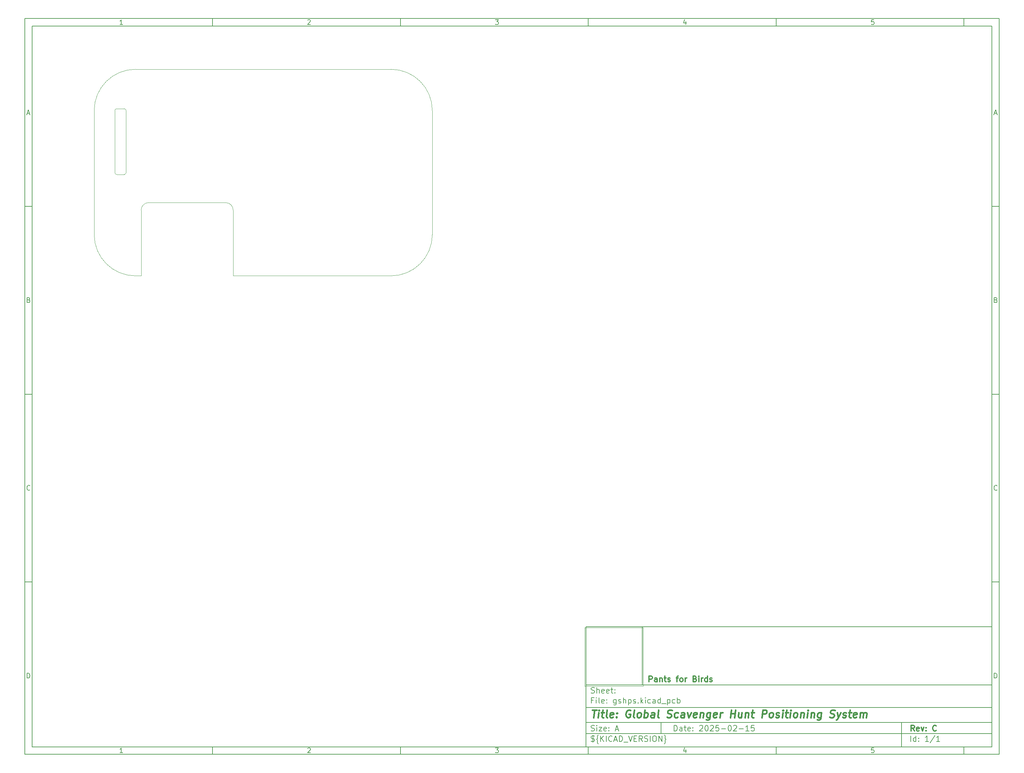
<source format=gbr>
%TF.GenerationSoftware,KiCad,Pcbnew,8.0.6+1*%
%TF.CreationDate,2025-02-16T06:00:46+00:00*%
%TF.ProjectId,gshps,67736870-732e-46b6-9963-61645f706362,C*%
%TF.SameCoordinates,Original*%
%TF.FileFunction,Profile,NP*%
%FSLAX45Y45*%
G04 Gerber Fmt 4.5, Leading zero omitted, Abs format (unit mm)*
G04 Created by KiCad (PCBNEW 8.0.6+1) date 2025-02-16 06:00:46*
%MOMM*%
%LPD*%
G01*
G04 APERTURE LIST*
%ADD10C,0.100000*%
%ADD11C,0.150000*%
%ADD12C,0.300000*%
%ADD13C,0.400000*%
%TA.AperFunction,Profile*%
%ADD14C,0.100000*%
%TD*%
G04 APERTURE END LIST*
D10*
X15905782Y-17215462D02*
X15905782Y-18774098D01*
X17464418Y-18774098D01*
X17464418Y-17215462D01*
X15905782Y-17215462D01*
D11*
X15940000Y-17190000D02*
X26740000Y-17190000D01*
X26740000Y-20390000D01*
X15940000Y-20390000D01*
X15940000Y-17190000D01*
D10*
D11*
X1000000Y-1000000D02*
X26940000Y-1000000D01*
X26940000Y-20590000D01*
X1000000Y-20590000D01*
X1000000Y-1000000D01*
D10*
D11*
X1200000Y-1200000D02*
X26740000Y-1200000D01*
X26740000Y-20390000D01*
X1200000Y-20390000D01*
X1200000Y-1200000D01*
D10*
D11*
X6000000Y-1200000D02*
X6000000Y-1000000D01*
D10*
D11*
X11000000Y-1200000D02*
X11000000Y-1000000D01*
D10*
D11*
X16000000Y-1200000D02*
X16000000Y-1000000D01*
D10*
D11*
X21000000Y-1200000D02*
X21000000Y-1000000D01*
D10*
D11*
X26000000Y-1200000D02*
X26000000Y-1000000D01*
D10*
D11*
X3608916Y-1159360D02*
X3534630Y-1159360D01*
X3571773Y-1159360D02*
X3571773Y-1029360D01*
X3571773Y-1029360D02*
X3559392Y-1047932D01*
X3559392Y-1047932D02*
X3547011Y-1060313D01*
X3547011Y-1060313D02*
X3534630Y-1066503D01*
D10*
D11*
X8534630Y-1041741D02*
X8540821Y-1035551D01*
X8540821Y-1035551D02*
X8553202Y-1029360D01*
X8553202Y-1029360D02*
X8584154Y-1029360D01*
X8584154Y-1029360D02*
X8596535Y-1035551D01*
X8596535Y-1035551D02*
X8602726Y-1041741D01*
X8602726Y-1041741D02*
X8608916Y-1054122D01*
X8608916Y-1054122D02*
X8608916Y-1066503D01*
X8608916Y-1066503D02*
X8602726Y-1085075D01*
X8602726Y-1085075D02*
X8528440Y-1159360D01*
X8528440Y-1159360D02*
X8608916Y-1159360D01*
D10*
D11*
X13528440Y-1029360D02*
X13608916Y-1029360D01*
X13608916Y-1029360D02*
X13565583Y-1078884D01*
X13565583Y-1078884D02*
X13584154Y-1078884D01*
X13584154Y-1078884D02*
X13596535Y-1085075D01*
X13596535Y-1085075D02*
X13602725Y-1091265D01*
X13602725Y-1091265D02*
X13608916Y-1103646D01*
X13608916Y-1103646D02*
X13608916Y-1134599D01*
X13608916Y-1134599D02*
X13602725Y-1146980D01*
X13602725Y-1146980D02*
X13596535Y-1153170D01*
X13596535Y-1153170D02*
X13584154Y-1159360D01*
X13584154Y-1159360D02*
X13547011Y-1159360D01*
X13547011Y-1159360D02*
X13534630Y-1153170D01*
X13534630Y-1153170D02*
X13528440Y-1146980D01*
D10*
D11*
X18596535Y-1072694D02*
X18596535Y-1159360D01*
X18565583Y-1023170D02*
X18534630Y-1116027D01*
X18534630Y-1116027D02*
X18615106Y-1116027D01*
D10*
D11*
X23602725Y-1029360D02*
X23540821Y-1029360D01*
X23540821Y-1029360D02*
X23534630Y-1091265D01*
X23534630Y-1091265D02*
X23540821Y-1085075D01*
X23540821Y-1085075D02*
X23553202Y-1078884D01*
X23553202Y-1078884D02*
X23584154Y-1078884D01*
X23584154Y-1078884D02*
X23596535Y-1085075D01*
X23596535Y-1085075D02*
X23602725Y-1091265D01*
X23602725Y-1091265D02*
X23608916Y-1103646D01*
X23608916Y-1103646D02*
X23608916Y-1134599D01*
X23608916Y-1134599D02*
X23602725Y-1146980D01*
X23602725Y-1146980D02*
X23596535Y-1153170D01*
X23596535Y-1153170D02*
X23584154Y-1159360D01*
X23584154Y-1159360D02*
X23553202Y-1159360D01*
X23553202Y-1159360D02*
X23540821Y-1153170D01*
X23540821Y-1153170D02*
X23534630Y-1146980D01*
D10*
D11*
X6000000Y-20390000D02*
X6000000Y-20590000D01*
D10*
D11*
X11000000Y-20390000D02*
X11000000Y-20590000D01*
D10*
D11*
X16000000Y-20390000D02*
X16000000Y-20590000D01*
D10*
D11*
X21000000Y-20390000D02*
X21000000Y-20590000D01*
D10*
D11*
X26000000Y-20390000D02*
X26000000Y-20590000D01*
D10*
D11*
X3608916Y-20549360D02*
X3534630Y-20549360D01*
X3571773Y-20549360D02*
X3571773Y-20419360D01*
X3571773Y-20419360D02*
X3559392Y-20437932D01*
X3559392Y-20437932D02*
X3547011Y-20450313D01*
X3547011Y-20450313D02*
X3534630Y-20456503D01*
D10*
D11*
X8534630Y-20431741D02*
X8540821Y-20425551D01*
X8540821Y-20425551D02*
X8553202Y-20419360D01*
X8553202Y-20419360D02*
X8584154Y-20419360D01*
X8584154Y-20419360D02*
X8596535Y-20425551D01*
X8596535Y-20425551D02*
X8602726Y-20431741D01*
X8602726Y-20431741D02*
X8608916Y-20444122D01*
X8608916Y-20444122D02*
X8608916Y-20456503D01*
X8608916Y-20456503D02*
X8602726Y-20475075D01*
X8602726Y-20475075D02*
X8528440Y-20549360D01*
X8528440Y-20549360D02*
X8608916Y-20549360D01*
D10*
D11*
X13528440Y-20419360D02*
X13608916Y-20419360D01*
X13608916Y-20419360D02*
X13565583Y-20468884D01*
X13565583Y-20468884D02*
X13584154Y-20468884D01*
X13584154Y-20468884D02*
X13596535Y-20475075D01*
X13596535Y-20475075D02*
X13602725Y-20481265D01*
X13602725Y-20481265D02*
X13608916Y-20493646D01*
X13608916Y-20493646D02*
X13608916Y-20524599D01*
X13608916Y-20524599D02*
X13602725Y-20536980D01*
X13602725Y-20536980D02*
X13596535Y-20543170D01*
X13596535Y-20543170D02*
X13584154Y-20549360D01*
X13584154Y-20549360D02*
X13547011Y-20549360D01*
X13547011Y-20549360D02*
X13534630Y-20543170D01*
X13534630Y-20543170D02*
X13528440Y-20536980D01*
D10*
D11*
X18596535Y-20462694D02*
X18596535Y-20549360D01*
X18565583Y-20413170D02*
X18534630Y-20506027D01*
X18534630Y-20506027D02*
X18615106Y-20506027D01*
D10*
D11*
X23602725Y-20419360D02*
X23540821Y-20419360D01*
X23540821Y-20419360D02*
X23534630Y-20481265D01*
X23534630Y-20481265D02*
X23540821Y-20475075D01*
X23540821Y-20475075D02*
X23553202Y-20468884D01*
X23553202Y-20468884D02*
X23584154Y-20468884D01*
X23584154Y-20468884D02*
X23596535Y-20475075D01*
X23596535Y-20475075D02*
X23602725Y-20481265D01*
X23602725Y-20481265D02*
X23608916Y-20493646D01*
X23608916Y-20493646D02*
X23608916Y-20524599D01*
X23608916Y-20524599D02*
X23602725Y-20536980D01*
X23602725Y-20536980D02*
X23596535Y-20543170D01*
X23596535Y-20543170D02*
X23584154Y-20549360D01*
X23584154Y-20549360D02*
X23553202Y-20549360D01*
X23553202Y-20549360D02*
X23540821Y-20543170D01*
X23540821Y-20543170D02*
X23534630Y-20536980D01*
D10*
D11*
X1000000Y-6000000D02*
X1200000Y-6000000D01*
D10*
D11*
X1000000Y-11000000D02*
X1200000Y-11000000D01*
D10*
D11*
X1000000Y-16000000D02*
X1200000Y-16000000D01*
D10*
D11*
X1069048Y-3522218D02*
X1130952Y-3522218D01*
X1056667Y-3559360D02*
X1100000Y-3429360D01*
X1100000Y-3429360D02*
X1143333Y-3559360D01*
D10*
D11*
X1109286Y-8491265D02*
X1127857Y-8497456D01*
X1127857Y-8497456D02*
X1134048Y-8503646D01*
X1134048Y-8503646D02*
X1140238Y-8516027D01*
X1140238Y-8516027D02*
X1140238Y-8534599D01*
X1140238Y-8534599D02*
X1134048Y-8546980D01*
X1134048Y-8546980D02*
X1127857Y-8553170D01*
X1127857Y-8553170D02*
X1115476Y-8559360D01*
X1115476Y-8559360D02*
X1065952Y-8559360D01*
X1065952Y-8559360D02*
X1065952Y-8429360D01*
X1065952Y-8429360D02*
X1109286Y-8429360D01*
X1109286Y-8429360D02*
X1121667Y-8435551D01*
X1121667Y-8435551D02*
X1127857Y-8441741D01*
X1127857Y-8441741D02*
X1134048Y-8454122D01*
X1134048Y-8454122D02*
X1134048Y-8466503D01*
X1134048Y-8466503D02*
X1127857Y-8478884D01*
X1127857Y-8478884D02*
X1121667Y-8485075D01*
X1121667Y-8485075D02*
X1109286Y-8491265D01*
X1109286Y-8491265D02*
X1065952Y-8491265D01*
D10*
D11*
X1140238Y-13546979D02*
X1134048Y-13553170D01*
X1134048Y-13553170D02*
X1115476Y-13559360D01*
X1115476Y-13559360D02*
X1103095Y-13559360D01*
X1103095Y-13559360D02*
X1084524Y-13553170D01*
X1084524Y-13553170D02*
X1072143Y-13540789D01*
X1072143Y-13540789D02*
X1065952Y-13528408D01*
X1065952Y-13528408D02*
X1059762Y-13503646D01*
X1059762Y-13503646D02*
X1059762Y-13485075D01*
X1059762Y-13485075D02*
X1065952Y-13460313D01*
X1065952Y-13460313D02*
X1072143Y-13447932D01*
X1072143Y-13447932D02*
X1084524Y-13435551D01*
X1084524Y-13435551D02*
X1103095Y-13429360D01*
X1103095Y-13429360D02*
X1115476Y-13429360D01*
X1115476Y-13429360D02*
X1134048Y-13435551D01*
X1134048Y-13435551D02*
X1140238Y-13441741D01*
D10*
D11*
X1065952Y-18559360D02*
X1065952Y-18429360D01*
X1065952Y-18429360D02*
X1096905Y-18429360D01*
X1096905Y-18429360D02*
X1115476Y-18435551D01*
X1115476Y-18435551D02*
X1127857Y-18447932D01*
X1127857Y-18447932D02*
X1134048Y-18460313D01*
X1134048Y-18460313D02*
X1140238Y-18485075D01*
X1140238Y-18485075D02*
X1140238Y-18503646D01*
X1140238Y-18503646D02*
X1134048Y-18528408D01*
X1134048Y-18528408D02*
X1127857Y-18540789D01*
X1127857Y-18540789D02*
X1115476Y-18553170D01*
X1115476Y-18553170D02*
X1096905Y-18559360D01*
X1096905Y-18559360D02*
X1065952Y-18559360D01*
D10*
D11*
X26940000Y-6000000D02*
X26740000Y-6000000D01*
D10*
D11*
X26940000Y-11000000D02*
X26740000Y-11000000D01*
D10*
D11*
X26940000Y-16000000D02*
X26740000Y-16000000D01*
D10*
D11*
X26809048Y-3522218D02*
X26870952Y-3522218D01*
X26796667Y-3559360D02*
X26840000Y-3429360D01*
X26840000Y-3429360D02*
X26883333Y-3559360D01*
D10*
D11*
X26849286Y-8491265D02*
X26867857Y-8497456D01*
X26867857Y-8497456D02*
X26874048Y-8503646D01*
X26874048Y-8503646D02*
X26880238Y-8516027D01*
X26880238Y-8516027D02*
X26880238Y-8534599D01*
X26880238Y-8534599D02*
X26874048Y-8546980D01*
X26874048Y-8546980D02*
X26867857Y-8553170D01*
X26867857Y-8553170D02*
X26855476Y-8559360D01*
X26855476Y-8559360D02*
X26805952Y-8559360D01*
X26805952Y-8559360D02*
X26805952Y-8429360D01*
X26805952Y-8429360D02*
X26849286Y-8429360D01*
X26849286Y-8429360D02*
X26861667Y-8435551D01*
X26861667Y-8435551D02*
X26867857Y-8441741D01*
X26867857Y-8441741D02*
X26874048Y-8454122D01*
X26874048Y-8454122D02*
X26874048Y-8466503D01*
X26874048Y-8466503D02*
X26867857Y-8478884D01*
X26867857Y-8478884D02*
X26861667Y-8485075D01*
X26861667Y-8485075D02*
X26849286Y-8491265D01*
X26849286Y-8491265D02*
X26805952Y-8491265D01*
D10*
D11*
X26880238Y-13546979D02*
X26874048Y-13553170D01*
X26874048Y-13553170D02*
X26855476Y-13559360D01*
X26855476Y-13559360D02*
X26843095Y-13559360D01*
X26843095Y-13559360D02*
X26824524Y-13553170D01*
X26824524Y-13553170D02*
X26812143Y-13540789D01*
X26812143Y-13540789D02*
X26805952Y-13528408D01*
X26805952Y-13528408D02*
X26799762Y-13503646D01*
X26799762Y-13503646D02*
X26799762Y-13485075D01*
X26799762Y-13485075D02*
X26805952Y-13460313D01*
X26805952Y-13460313D02*
X26812143Y-13447932D01*
X26812143Y-13447932D02*
X26824524Y-13435551D01*
X26824524Y-13435551D02*
X26843095Y-13429360D01*
X26843095Y-13429360D02*
X26855476Y-13429360D01*
X26855476Y-13429360D02*
X26874048Y-13435551D01*
X26874048Y-13435551D02*
X26880238Y-13441741D01*
D10*
D11*
X26805952Y-18559360D02*
X26805952Y-18429360D01*
X26805952Y-18429360D02*
X26836905Y-18429360D01*
X26836905Y-18429360D02*
X26855476Y-18435551D01*
X26855476Y-18435551D02*
X26867857Y-18447932D01*
X26867857Y-18447932D02*
X26874048Y-18460313D01*
X26874048Y-18460313D02*
X26880238Y-18485075D01*
X26880238Y-18485075D02*
X26880238Y-18503646D01*
X26880238Y-18503646D02*
X26874048Y-18528408D01*
X26874048Y-18528408D02*
X26867857Y-18540789D01*
X26867857Y-18540789D02*
X26855476Y-18553170D01*
X26855476Y-18553170D02*
X26836905Y-18559360D01*
X26836905Y-18559360D02*
X26805952Y-18559360D01*
D10*
D11*
X18285583Y-19968613D02*
X18285583Y-19818613D01*
X18285583Y-19818613D02*
X18321297Y-19818613D01*
X18321297Y-19818613D02*
X18342726Y-19825756D01*
X18342726Y-19825756D02*
X18357011Y-19840041D01*
X18357011Y-19840041D02*
X18364154Y-19854327D01*
X18364154Y-19854327D02*
X18371297Y-19882899D01*
X18371297Y-19882899D02*
X18371297Y-19904327D01*
X18371297Y-19904327D02*
X18364154Y-19932899D01*
X18364154Y-19932899D02*
X18357011Y-19947184D01*
X18357011Y-19947184D02*
X18342726Y-19961470D01*
X18342726Y-19961470D02*
X18321297Y-19968613D01*
X18321297Y-19968613D02*
X18285583Y-19968613D01*
X18499868Y-19968613D02*
X18499868Y-19890041D01*
X18499868Y-19890041D02*
X18492726Y-19875756D01*
X18492726Y-19875756D02*
X18478440Y-19868613D01*
X18478440Y-19868613D02*
X18449868Y-19868613D01*
X18449868Y-19868613D02*
X18435583Y-19875756D01*
X18499868Y-19961470D02*
X18485583Y-19968613D01*
X18485583Y-19968613D02*
X18449868Y-19968613D01*
X18449868Y-19968613D02*
X18435583Y-19961470D01*
X18435583Y-19961470D02*
X18428440Y-19947184D01*
X18428440Y-19947184D02*
X18428440Y-19932899D01*
X18428440Y-19932899D02*
X18435583Y-19918613D01*
X18435583Y-19918613D02*
X18449868Y-19911470D01*
X18449868Y-19911470D02*
X18485583Y-19911470D01*
X18485583Y-19911470D02*
X18499868Y-19904327D01*
X18549868Y-19868613D02*
X18607011Y-19868613D01*
X18571297Y-19818613D02*
X18571297Y-19947184D01*
X18571297Y-19947184D02*
X18578440Y-19961470D01*
X18578440Y-19961470D02*
X18592726Y-19968613D01*
X18592726Y-19968613D02*
X18607011Y-19968613D01*
X18714154Y-19961470D02*
X18699868Y-19968613D01*
X18699868Y-19968613D02*
X18671297Y-19968613D01*
X18671297Y-19968613D02*
X18657011Y-19961470D01*
X18657011Y-19961470D02*
X18649868Y-19947184D01*
X18649868Y-19947184D02*
X18649868Y-19890041D01*
X18649868Y-19890041D02*
X18657011Y-19875756D01*
X18657011Y-19875756D02*
X18671297Y-19868613D01*
X18671297Y-19868613D02*
X18699868Y-19868613D01*
X18699868Y-19868613D02*
X18714154Y-19875756D01*
X18714154Y-19875756D02*
X18721297Y-19890041D01*
X18721297Y-19890041D02*
X18721297Y-19904327D01*
X18721297Y-19904327D02*
X18649868Y-19918613D01*
X18785583Y-19954327D02*
X18792726Y-19961470D01*
X18792726Y-19961470D02*
X18785583Y-19968613D01*
X18785583Y-19968613D02*
X18778440Y-19961470D01*
X18778440Y-19961470D02*
X18785583Y-19954327D01*
X18785583Y-19954327D02*
X18785583Y-19968613D01*
X18785583Y-19875756D02*
X18792726Y-19882899D01*
X18792726Y-19882899D02*
X18785583Y-19890041D01*
X18785583Y-19890041D02*
X18778440Y-19882899D01*
X18778440Y-19882899D02*
X18785583Y-19875756D01*
X18785583Y-19875756D02*
X18785583Y-19890041D01*
X18964154Y-19832899D02*
X18971297Y-19825756D01*
X18971297Y-19825756D02*
X18985583Y-19818613D01*
X18985583Y-19818613D02*
X19021297Y-19818613D01*
X19021297Y-19818613D02*
X19035583Y-19825756D01*
X19035583Y-19825756D02*
X19042726Y-19832899D01*
X19042726Y-19832899D02*
X19049868Y-19847184D01*
X19049868Y-19847184D02*
X19049868Y-19861470D01*
X19049868Y-19861470D02*
X19042726Y-19882899D01*
X19042726Y-19882899D02*
X18957011Y-19968613D01*
X18957011Y-19968613D02*
X19049868Y-19968613D01*
X19142726Y-19818613D02*
X19157011Y-19818613D01*
X19157011Y-19818613D02*
X19171297Y-19825756D01*
X19171297Y-19825756D02*
X19178440Y-19832899D01*
X19178440Y-19832899D02*
X19185583Y-19847184D01*
X19185583Y-19847184D02*
X19192726Y-19875756D01*
X19192726Y-19875756D02*
X19192726Y-19911470D01*
X19192726Y-19911470D02*
X19185583Y-19940041D01*
X19185583Y-19940041D02*
X19178440Y-19954327D01*
X19178440Y-19954327D02*
X19171297Y-19961470D01*
X19171297Y-19961470D02*
X19157011Y-19968613D01*
X19157011Y-19968613D02*
X19142726Y-19968613D01*
X19142726Y-19968613D02*
X19128440Y-19961470D01*
X19128440Y-19961470D02*
X19121297Y-19954327D01*
X19121297Y-19954327D02*
X19114154Y-19940041D01*
X19114154Y-19940041D02*
X19107011Y-19911470D01*
X19107011Y-19911470D02*
X19107011Y-19875756D01*
X19107011Y-19875756D02*
X19114154Y-19847184D01*
X19114154Y-19847184D02*
X19121297Y-19832899D01*
X19121297Y-19832899D02*
X19128440Y-19825756D01*
X19128440Y-19825756D02*
X19142726Y-19818613D01*
X19249868Y-19832899D02*
X19257011Y-19825756D01*
X19257011Y-19825756D02*
X19271297Y-19818613D01*
X19271297Y-19818613D02*
X19307011Y-19818613D01*
X19307011Y-19818613D02*
X19321297Y-19825756D01*
X19321297Y-19825756D02*
X19328440Y-19832899D01*
X19328440Y-19832899D02*
X19335583Y-19847184D01*
X19335583Y-19847184D02*
X19335583Y-19861470D01*
X19335583Y-19861470D02*
X19328440Y-19882899D01*
X19328440Y-19882899D02*
X19242725Y-19968613D01*
X19242725Y-19968613D02*
X19335583Y-19968613D01*
X19471297Y-19818613D02*
X19399868Y-19818613D01*
X19399868Y-19818613D02*
X19392725Y-19890041D01*
X19392725Y-19890041D02*
X19399868Y-19882899D01*
X19399868Y-19882899D02*
X19414154Y-19875756D01*
X19414154Y-19875756D02*
X19449868Y-19875756D01*
X19449868Y-19875756D02*
X19464154Y-19882899D01*
X19464154Y-19882899D02*
X19471297Y-19890041D01*
X19471297Y-19890041D02*
X19478440Y-19904327D01*
X19478440Y-19904327D02*
X19478440Y-19940041D01*
X19478440Y-19940041D02*
X19471297Y-19954327D01*
X19471297Y-19954327D02*
X19464154Y-19961470D01*
X19464154Y-19961470D02*
X19449868Y-19968613D01*
X19449868Y-19968613D02*
X19414154Y-19968613D01*
X19414154Y-19968613D02*
X19399868Y-19961470D01*
X19399868Y-19961470D02*
X19392725Y-19954327D01*
X19542725Y-19911470D02*
X19657011Y-19911470D01*
X19757011Y-19818613D02*
X19771297Y-19818613D01*
X19771297Y-19818613D02*
X19785583Y-19825756D01*
X19785583Y-19825756D02*
X19792725Y-19832899D01*
X19792725Y-19832899D02*
X19799868Y-19847184D01*
X19799868Y-19847184D02*
X19807011Y-19875756D01*
X19807011Y-19875756D02*
X19807011Y-19911470D01*
X19807011Y-19911470D02*
X19799868Y-19940041D01*
X19799868Y-19940041D02*
X19792725Y-19954327D01*
X19792725Y-19954327D02*
X19785583Y-19961470D01*
X19785583Y-19961470D02*
X19771297Y-19968613D01*
X19771297Y-19968613D02*
X19757011Y-19968613D01*
X19757011Y-19968613D02*
X19742725Y-19961470D01*
X19742725Y-19961470D02*
X19735583Y-19954327D01*
X19735583Y-19954327D02*
X19728440Y-19940041D01*
X19728440Y-19940041D02*
X19721297Y-19911470D01*
X19721297Y-19911470D02*
X19721297Y-19875756D01*
X19721297Y-19875756D02*
X19728440Y-19847184D01*
X19728440Y-19847184D02*
X19735583Y-19832899D01*
X19735583Y-19832899D02*
X19742725Y-19825756D01*
X19742725Y-19825756D02*
X19757011Y-19818613D01*
X19864154Y-19832899D02*
X19871297Y-19825756D01*
X19871297Y-19825756D02*
X19885583Y-19818613D01*
X19885583Y-19818613D02*
X19921297Y-19818613D01*
X19921297Y-19818613D02*
X19935583Y-19825756D01*
X19935583Y-19825756D02*
X19942725Y-19832899D01*
X19942725Y-19832899D02*
X19949868Y-19847184D01*
X19949868Y-19847184D02*
X19949868Y-19861470D01*
X19949868Y-19861470D02*
X19942725Y-19882899D01*
X19942725Y-19882899D02*
X19857011Y-19968613D01*
X19857011Y-19968613D02*
X19949868Y-19968613D01*
X20014154Y-19911470D02*
X20128440Y-19911470D01*
X20278440Y-19968613D02*
X20192725Y-19968613D01*
X20235582Y-19968613D02*
X20235582Y-19818613D01*
X20235582Y-19818613D02*
X20221297Y-19840041D01*
X20221297Y-19840041D02*
X20207011Y-19854327D01*
X20207011Y-19854327D02*
X20192725Y-19861470D01*
X20414154Y-19818613D02*
X20342725Y-19818613D01*
X20342725Y-19818613D02*
X20335582Y-19890041D01*
X20335582Y-19890041D02*
X20342725Y-19882899D01*
X20342725Y-19882899D02*
X20357011Y-19875756D01*
X20357011Y-19875756D02*
X20392725Y-19875756D01*
X20392725Y-19875756D02*
X20407011Y-19882899D01*
X20407011Y-19882899D02*
X20414154Y-19890041D01*
X20414154Y-19890041D02*
X20421297Y-19904327D01*
X20421297Y-19904327D02*
X20421297Y-19940041D01*
X20421297Y-19940041D02*
X20414154Y-19954327D01*
X20414154Y-19954327D02*
X20407011Y-19961470D01*
X20407011Y-19961470D02*
X20392725Y-19968613D01*
X20392725Y-19968613D02*
X20357011Y-19968613D01*
X20357011Y-19968613D02*
X20342725Y-19961470D01*
X20342725Y-19961470D02*
X20335582Y-19954327D01*
D10*
D11*
X15940000Y-20040000D02*
X26740000Y-20040000D01*
D10*
D11*
X16078440Y-20241470D02*
X16099868Y-20248613D01*
X16099868Y-20248613D02*
X16135583Y-20248613D01*
X16135583Y-20248613D02*
X16149868Y-20241470D01*
X16149868Y-20241470D02*
X16157011Y-20234327D01*
X16157011Y-20234327D02*
X16164154Y-20220041D01*
X16164154Y-20220041D02*
X16164154Y-20205756D01*
X16164154Y-20205756D02*
X16157011Y-20191470D01*
X16157011Y-20191470D02*
X16149868Y-20184327D01*
X16149868Y-20184327D02*
X16135583Y-20177184D01*
X16135583Y-20177184D02*
X16107011Y-20170041D01*
X16107011Y-20170041D02*
X16092725Y-20162899D01*
X16092725Y-20162899D02*
X16085583Y-20155756D01*
X16085583Y-20155756D02*
X16078440Y-20141470D01*
X16078440Y-20141470D02*
X16078440Y-20127184D01*
X16078440Y-20127184D02*
X16085583Y-20112899D01*
X16085583Y-20112899D02*
X16092725Y-20105756D01*
X16092725Y-20105756D02*
X16107011Y-20098613D01*
X16107011Y-20098613D02*
X16142725Y-20098613D01*
X16142725Y-20098613D02*
X16164154Y-20105756D01*
X16121297Y-20077184D02*
X16121297Y-20270041D01*
X16271297Y-20305756D02*
X16264154Y-20305756D01*
X16264154Y-20305756D02*
X16249868Y-20298613D01*
X16249868Y-20298613D02*
X16242725Y-20284327D01*
X16242725Y-20284327D02*
X16242725Y-20212899D01*
X16242725Y-20212899D02*
X16235583Y-20198613D01*
X16235583Y-20198613D02*
X16221297Y-20191470D01*
X16221297Y-20191470D02*
X16235583Y-20184327D01*
X16235583Y-20184327D02*
X16242725Y-20170041D01*
X16242725Y-20170041D02*
X16242725Y-20098613D01*
X16242725Y-20098613D02*
X16249868Y-20084327D01*
X16249868Y-20084327D02*
X16264154Y-20077184D01*
X16264154Y-20077184D02*
X16271297Y-20077184D01*
X16328440Y-20248613D02*
X16328440Y-20098613D01*
X16414154Y-20248613D02*
X16349868Y-20162899D01*
X16414154Y-20098613D02*
X16328440Y-20184327D01*
X16478440Y-20248613D02*
X16478440Y-20098613D01*
X16635583Y-20234327D02*
X16628440Y-20241470D01*
X16628440Y-20241470D02*
X16607011Y-20248613D01*
X16607011Y-20248613D02*
X16592725Y-20248613D01*
X16592725Y-20248613D02*
X16571297Y-20241470D01*
X16571297Y-20241470D02*
X16557011Y-20227184D01*
X16557011Y-20227184D02*
X16549868Y-20212899D01*
X16549868Y-20212899D02*
X16542725Y-20184327D01*
X16542725Y-20184327D02*
X16542725Y-20162899D01*
X16542725Y-20162899D02*
X16549868Y-20134327D01*
X16549868Y-20134327D02*
X16557011Y-20120041D01*
X16557011Y-20120041D02*
X16571297Y-20105756D01*
X16571297Y-20105756D02*
X16592725Y-20098613D01*
X16592725Y-20098613D02*
X16607011Y-20098613D01*
X16607011Y-20098613D02*
X16628440Y-20105756D01*
X16628440Y-20105756D02*
X16635583Y-20112899D01*
X16692725Y-20205756D02*
X16764154Y-20205756D01*
X16678440Y-20248613D02*
X16728440Y-20098613D01*
X16728440Y-20098613D02*
X16778440Y-20248613D01*
X16828440Y-20248613D02*
X16828440Y-20098613D01*
X16828440Y-20098613D02*
X16864154Y-20098613D01*
X16864154Y-20098613D02*
X16885583Y-20105756D01*
X16885583Y-20105756D02*
X16899868Y-20120041D01*
X16899868Y-20120041D02*
X16907011Y-20134327D01*
X16907011Y-20134327D02*
X16914154Y-20162899D01*
X16914154Y-20162899D02*
X16914154Y-20184327D01*
X16914154Y-20184327D02*
X16907011Y-20212899D01*
X16907011Y-20212899D02*
X16899868Y-20227184D01*
X16899868Y-20227184D02*
X16885583Y-20241470D01*
X16885583Y-20241470D02*
X16864154Y-20248613D01*
X16864154Y-20248613D02*
X16828440Y-20248613D01*
X16942726Y-20262899D02*
X17057011Y-20262899D01*
X17071297Y-20098613D02*
X17121297Y-20248613D01*
X17121297Y-20248613D02*
X17171297Y-20098613D01*
X17221297Y-20170041D02*
X17271297Y-20170041D01*
X17292725Y-20248613D02*
X17221297Y-20248613D01*
X17221297Y-20248613D02*
X17221297Y-20098613D01*
X17221297Y-20098613D02*
X17292725Y-20098613D01*
X17442725Y-20248613D02*
X17392725Y-20177184D01*
X17357011Y-20248613D02*
X17357011Y-20098613D01*
X17357011Y-20098613D02*
X17414154Y-20098613D01*
X17414154Y-20098613D02*
X17428440Y-20105756D01*
X17428440Y-20105756D02*
X17435583Y-20112899D01*
X17435583Y-20112899D02*
X17442725Y-20127184D01*
X17442725Y-20127184D02*
X17442725Y-20148613D01*
X17442725Y-20148613D02*
X17435583Y-20162899D01*
X17435583Y-20162899D02*
X17428440Y-20170041D01*
X17428440Y-20170041D02*
X17414154Y-20177184D01*
X17414154Y-20177184D02*
X17357011Y-20177184D01*
X17499868Y-20241470D02*
X17521297Y-20248613D01*
X17521297Y-20248613D02*
X17557011Y-20248613D01*
X17557011Y-20248613D02*
X17571297Y-20241470D01*
X17571297Y-20241470D02*
X17578440Y-20234327D01*
X17578440Y-20234327D02*
X17585583Y-20220041D01*
X17585583Y-20220041D02*
X17585583Y-20205756D01*
X17585583Y-20205756D02*
X17578440Y-20191470D01*
X17578440Y-20191470D02*
X17571297Y-20184327D01*
X17571297Y-20184327D02*
X17557011Y-20177184D01*
X17557011Y-20177184D02*
X17528440Y-20170041D01*
X17528440Y-20170041D02*
X17514154Y-20162899D01*
X17514154Y-20162899D02*
X17507011Y-20155756D01*
X17507011Y-20155756D02*
X17499868Y-20141470D01*
X17499868Y-20141470D02*
X17499868Y-20127184D01*
X17499868Y-20127184D02*
X17507011Y-20112899D01*
X17507011Y-20112899D02*
X17514154Y-20105756D01*
X17514154Y-20105756D02*
X17528440Y-20098613D01*
X17528440Y-20098613D02*
X17564154Y-20098613D01*
X17564154Y-20098613D02*
X17585583Y-20105756D01*
X17649868Y-20248613D02*
X17649868Y-20098613D01*
X17749868Y-20098613D02*
X17778440Y-20098613D01*
X17778440Y-20098613D02*
X17792725Y-20105756D01*
X17792725Y-20105756D02*
X17807011Y-20120041D01*
X17807011Y-20120041D02*
X17814154Y-20148613D01*
X17814154Y-20148613D02*
X17814154Y-20198613D01*
X17814154Y-20198613D02*
X17807011Y-20227184D01*
X17807011Y-20227184D02*
X17792725Y-20241470D01*
X17792725Y-20241470D02*
X17778440Y-20248613D01*
X17778440Y-20248613D02*
X17749868Y-20248613D01*
X17749868Y-20248613D02*
X17735583Y-20241470D01*
X17735583Y-20241470D02*
X17721297Y-20227184D01*
X17721297Y-20227184D02*
X17714154Y-20198613D01*
X17714154Y-20198613D02*
X17714154Y-20148613D01*
X17714154Y-20148613D02*
X17721297Y-20120041D01*
X17721297Y-20120041D02*
X17735583Y-20105756D01*
X17735583Y-20105756D02*
X17749868Y-20098613D01*
X17878440Y-20248613D02*
X17878440Y-20098613D01*
X17878440Y-20098613D02*
X17964154Y-20248613D01*
X17964154Y-20248613D02*
X17964154Y-20098613D01*
X18021297Y-20305756D02*
X18028440Y-20305756D01*
X18028440Y-20305756D02*
X18042726Y-20298613D01*
X18042726Y-20298613D02*
X18049868Y-20284327D01*
X18049868Y-20284327D02*
X18049868Y-20212899D01*
X18049868Y-20212899D02*
X18057011Y-20198613D01*
X18057011Y-20198613D02*
X18071297Y-20191470D01*
X18071297Y-20191470D02*
X18057011Y-20184327D01*
X18057011Y-20184327D02*
X18049868Y-20170041D01*
X18049868Y-20170041D02*
X18049868Y-20098613D01*
X18049868Y-20098613D02*
X18042726Y-20084327D01*
X18042726Y-20084327D02*
X18028440Y-20077184D01*
X18028440Y-20077184D02*
X18021297Y-20077184D01*
D10*
D11*
X15940000Y-19740000D02*
X26740000Y-19740000D01*
D10*
D12*
X24681165Y-19967833D02*
X24631165Y-19896404D01*
X24595451Y-19967833D02*
X24595451Y-19817833D01*
X24595451Y-19817833D02*
X24652594Y-19817833D01*
X24652594Y-19817833D02*
X24666880Y-19824976D01*
X24666880Y-19824976D02*
X24674022Y-19832119D01*
X24674022Y-19832119D02*
X24681165Y-19846404D01*
X24681165Y-19846404D02*
X24681165Y-19867833D01*
X24681165Y-19867833D02*
X24674022Y-19882119D01*
X24674022Y-19882119D02*
X24666880Y-19889261D01*
X24666880Y-19889261D02*
X24652594Y-19896404D01*
X24652594Y-19896404D02*
X24595451Y-19896404D01*
X24802594Y-19960690D02*
X24788308Y-19967833D01*
X24788308Y-19967833D02*
X24759737Y-19967833D01*
X24759737Y-19967833D02*
X24745451Y-19960690D01*
X24745451Y-19960690D02*
X24738308Y-19946404D01*
X24738308Y-19946404D02*
X24738308Y-19889261D01*
X24738308Y-19889261D02*
X24745451Y-19874976D01*
X24745451Y-19874976D02*
X24759737Y-19867833D01*
X24759737Y-19867833D02*
X24788308Y-19867833D01*
X24788308Y-19867833D02*
X24802594Y-19874976D01*
X24802594Y-19874976D02*
X24809737Y-19889261D01*
X24809737Y-19889261D02*
X24809737Y-19903547D01*
X24809737Y-19903547D02*
X24738308Y-19917833D01*
X24859737Y-19867833D02*
X24895451Y-19967833D01*
X24895451Y-19967833D02*
X24931165Y-19867833D01*
X24988308Y-19953547D02*
X24995451Y-19960690D01*
X24995451Y-19960690D02*
X24988308Y-19967833D01*
X24988308Y-19967833D02*
X24981165Y-19960690D01*
X24981165Y-19960690D02*
X24988308Y-19953547D01*
X24988308Y-19953547D02*
X24988308Y-19967833D01*
X24988308Y-19874976D02*
X24995451Y-19882119D01*
X24995451Y-19882119D02*
X24988308Y-19889261D01*
X24988308Y-19889261D02*
X24981165Y-19882119D01*
X24981165Y-19882119D02*
X24988308Y-19874976D01*
X24988308Y-19874976D02*
X24988308Y-19889261D01*
X25259737Y-19953547D02*
X25252594Y-19960690D01*
X25252594Y-19960690D02*
X25231165Y-19967833D01*
X25231165Y-19967833D02*
X25216880Y-19967833D01*
X25216880Y-19967833D02*
X25195451Y-19960690D01*
X25195451Y-19960690D02*
X25181165Y-19946404D01*
X25181165Y-19946404D02*
X25174022Y-19932119D01*
X25174022Y-19932119D02*
X25166880Y-19903547D01*
X25166880Y-19903547D02*
X25166880Y-19882119D01*
X25166880Y-19882119D02*
X25174022Y-19853547D01*
X25174022Y-19853547D02*
X25181165Y-19839261D01*
X25181165Y-19839261D02*
X25195451Y-19824976D01*
X25195451Y-19824976D02*
X25216880Y-19817833D01*
X25216880Y-19817833D02*
X25231165Y-19817833D01*
X25231165Y-19817833D02*
X25252594Y-19824976D01*
X25252594Y-19824976D02*
X25259737Y-19832119D01*
D10*
D11*
X16078440Y-19961470D02*
X16099868Y-19968613D01*
X16099868Y-19968613D02*
X16135583Y-19968613D01*
X16135583Y-19968613D02*
X16149868Y-19961470D01*
X16149868Y-19961470D02*
X16157011Y-19954327D01*
X16157011Y-19954327D02*
X16164154Y-19940041D01*
X16164154Y-19940041D02*
X16164154Y-19925756D01*
X16164154Y-19925756D02*
X16157011Y-19911470D01*
X16157011Y-19911470D02*
X16149868Y-19904327D01*
X16149868Y-19904327D02*
X16135583Y-19897184D01*
X16135583Y-19897184D02*
X16107011Y-19890041D01*
X16107011Y-19890041D02*
X16092725Y-19882899D01*
X16092725Y-19882899D02*
X16085583Y-19875756D01*
X16085583Y-19875756D02*
X16078440Y-19861470D01*
X16078440Y-19861470D02*
X16078440Y-19847184D01*
X16078440Y-19847184D02*
X16085583Y-19832899D01*
X16085583Y-19832899D02*
X16092725Y-19825756D01*
X16092725Y-19825756D02*
X16107011Y-19818613D01*
X16107011Y-19818613D02*
X16142725Y-19818613D01*
X16142725Y-19818613D02*
X16164154Y-19825756D01*
X16228440Y-19968613D02*
X16228440Y-19868613D01*
X16228440Y-19818613D02*
X16221297Y-19825756D01*
X16221297Y-19825756D02*
X16228440Y-19832899D01*
X16228440Y-19832899D02*
X16235583Y-19825756D01*
X16235583Y-19825756D02*
X16228440Y-19818613D01*
X16228440Y-19818613D02*
X16228440Y-19832899D01*
X16285583Y-19868613D02*
X16364154Y-19868613D01*
X16364154Y-19868613D02*
X16285583Y-19968613D01*
X16285583Y-19968613D02*
X16364154Y-19968613D01*
X16478440Y-19961470D02*
X16464154Y-19968613D01*
X16464154Y-19968613D02*
X16435583Y-19968613D01*
X16435583Y-19968613D02*
X16421297Y-19961470D01*
X16421297Y-19961470D02*
X16414154Y-19947184D01*
X16414154Y-19947184D02*
X16414154Y-19890041D01*
X16414154Y-19890041D02*
X16421297Y-19875756D01*
X16421297Y-19875756D02*
X16435583Y-19868613D01*
X16435583Y-19868613D02*
X16464154Y-19868613D01*
X16464154Y-19868613D02*
X16478440Y-19875756D01*
X16478440Y-19875756D02*
X16485583Y-19890041D01*
X16485583Y-19890041D02*
X16485583Y-19904327D01*
X16485583Y-19904327D02*
X16414154Y-19918613D01*
X16549868Y-19954327D02*
X16557011Y-19961470D01*
X16557011Y-19961470D02*
X16549868Y-19968613D01*
X16549868Y-19968613D02*
X16542725Y-19961470D01*
X16542725Y-19961470D02*
X16549868Y-19954327D01*
X16549868Y-19954327D02*
X16549868Y-19968613D01*
X16549868Y-19875756D02*
X16557011Y-19882899D01*
X16557011Y-19882899D02*
X16549868Y-19890041D01*
X16549868Y-19890041D02*
X16542725Y-19882899D01*
X16542725Y-19882899D02*
X16549868Y-19875756D01*
X16549868Y-19875756D02*
X16549868Y-19890041D01*
X16728440Y-19925756D02*
X16799868Y-19925756D01*
X16714154Y-19968613D02*
X16764154Y-19818613D01*
X16764154Y-19818613D02*
X16814154Y-19968613D01*
D10*
D11*
X24585583Y-20248613D02*
X24585583Y-20098613D01*
X24721297Y-20248613D02*
X24721297Y-20098613D01*
X24721297Y-20241470D02*
X24707011Y-20248613D01*
X24707011Y-20248613D02*
X24678440Y-20248613D01*
X24678440Y-20248613D02*
X24664154Y-20241470D01*
X24664154Y-20241470D02*
X24657011Y-20234327D01*
X24657011Y-20234327D02*
X24649868Y-20220041D01*
X24649868Y-20220041D02*
X24649868Y-20177184D01*
X24649868Y-20177184D02*
X24657011Y-20162899D01*
X24657011Y-20162899D02*
X24664154Y-20155756D01*
X24664154Y-20155756D02*
X24678440Y-20148613D01*
X24678440Y-20148613D02*
X24707011Y-20148613D01*
X24707011Y-20148613D02*
X24721297Y-20155756D01*
X24792725Y-20234327D02*
X24799868Y-20241470D01*
X24799868Y-20241470D02*
X24792725Y-20248613D01*
X24792725Y-20248613D02*
X24785583Y-20241470D01*
X24785583Y-20241470D02*
X24792725Y-20234327D01*
X24792725Y-20234327D02*
X24792725Y-20248613D01*
X24792725Y-20155756D02*
X24799868Y-20162899D01*
X24799868Y-20162899D02*
X24792725Y-20170041D01*
X24792725Y-20170041D02*
X24785583Y-20162899D01*
X24785583Y-20162899D02*
X24792725Y-20155756D01*
X24792725Y-20155756D02*
X24792725Y-20170041D01*
X25057011Y-20248613D02*
X24971297Y-20248613D01*
X25014154Y-20248613D02*
X25014154Y-20098613D01*
X25014154Y-20098613D02*
X24999868Y-20120041D01*
X24999868Y-20120041D02*
X24985583Y-20134327D01*
X24985583Y-20134327D02*
X24971297Y-20141470D01*
X25228440Y-20091470D02*
X25099868Y-20284327D01*
X25357011Y-20248613D02*
X25271297Y-20248613D01*
X25314154Y-20248613D02*
X25314154Y-20098613D01*
X25314154Y-20098613D02*
X25299868Y-20120041D01*
X25299868Y-20120041D02*
X25285583Y-20134327D01*
X25285583Y-20134327D02*
X25271297Y-20141470D01*
D10*
D11*
X15940000Y-19340000D02*
X26740000Y-19340000D01*
D10*
D13*
X16109173Y-19410444D02*
X16223458Y-19410444D01*
X16141316Y-19610444D02*
X16166316Y-19410444D01*
X16265125Y-19610444D02*
X16281792Y-19477110D01*
X16290125Y-19410444D02*
X16279411Y-19419968D01*
X16279411Y-19419968D02*
X16287744Y-19429491D01*
X16287744Y-19429491D02*
X16298459Y-19419968D01*
X16298459Y-19419968D02*
X16290125Y-19410444D01*
X16290125Y-19410444D02*
X16287744Y-19429491D01*
X16348459Y-19477110D02*
X16424649Y-19477110D01*
X16385363Y-19410444D02*
X16363935Y-19581872D01*
X16363935Y-19581872D02*
X16371078Y-19600920D01*
X16371078Y-19600920D02*
X16388935Y-19610444D01*
X16388935Y-19610444D02*
X16407982Y-19610444D01*
X16503220Y-19610444D02*
X16485363Y-19600920D01*
X16485363Y-19600920D02*
X16478220Y-19581872D01*
X16478220Y-19581872D02*
X16499649Y-19410444D01*
X16656792Y-19600920D02*
X16636554Y-19610444D01*
X16636554Y-19610444D02*
X16598458Y-19610444D01*
X16598458Y-19610444D02*
X16580601Y-19600920D01*
X16580601Y-19600920D02*
X16573458Y-19581872D01*
X16573458Y-19581872D02*
X16582982Y-19505682D01*
X16582982Y-19505682D02*
X16594887Y-19486634D01*
X16594887Y-19486634D02*
X16615125Y-19477110D01*
X16615125Y-19477110D02*
X16653220Y-19477110D01*
X16653220Y-19477110D02*
X16671078Y-19486634D01*
X16671078Y-19486634D02*
X16678220Y-19505682D01*
X16678220Y-19505682D02*
X16675839Y-19524730D01*
X16675839Y-19524730D02*
X16578220Y-19543777D01*
X16753220Y-19591396D02*
X16761554Y-19600920D01*
X16761554Y-19600920D02*
X16750839Y-19610444D01*
X16750839Y-19610444D02*
X16742506Y-19600920D01*
X16742506Y-19600920D02*
X16753220Y-19591396D01*
X16753220Y-19591396D02*
X16750839Y-19610444D01*
X16766316Y-19486634D02*
X16774649Y-19496158D01*
X16774649Y-19496158D02*
X16763935Y-19505682D01*
X16763935Y-19505682D02*
X16755601Y-19496158D01*
X16755601Y-19496158D02*
X16766316Y-19486634D01*
X16766316Y-19486634D02*
X16763935Y-19505682D01*
X17127030Y-19419968D02*
X17109173Y-19410444D01*
X17109173Y-19410444D02*
X17080602Y-19410444D01*
X17080602Y-19410444D02*
X17050840Y-19419968D01*
X17050840Y-19419968D02*
X17029411Y-19439015D01*
X17029411Y-19439015D02*
X17017506Y-19458063D01*
X17017506Y-19458063D02*
X17003221Y-19496158D01*
X17003221Y-19496158D02*
X16999649Y-19524730D01*
X16999649Y-19524730D02*
X17004411Y-19562825D01*
X17004411Y-19562825D02*
X17011554Y-19581872D01*
X17011554Y-19581872D02*
X17028221Y-19600920D01*
X17028221Y-19600920D02*
X17055602Y-19610444D01*
X17055602Y-19610444D02*
X17074649Y-19610444D01*
X17074649Y-19610444D02*
X17104411Y-19600920D01*
X17104411Y-19600920D02*
X17115125Y-19591396D01*
X17115125Y-19591396D02*
X17123459Y-19524730D01*
X17123459Y-19524730D02*
X17085363Y-19524730D01*
X17227030Y-19610444D02*
X17209173Y-19600920D01*
X17209173Y-19600920D02*
X17202030Y-19581872D01*
X17202030Y-19581872D02*
X17223459Y-19410444D01*
X17331792Y-19610444D02*
X17313935Y-19600920D01*
X17313935Y-19600920D02*
X17305602Y-19591396D01*
X17305602Y-19591396D02*
X17298459Y-19572349D01*
X17298459Y-19572349D02*
X17305602Y-19515206D01*
X17305602Y-19515206D02*
X17317506Y-19496158D01*
X17317506Y-19496158D02*
X17328221Y-19486634D01*
X17328221Y-19486634D02*
X17348459Y-19477110D01*
X17348459Y-19477110D02*
X17377030Y-19477110D01*
X17377030Y-19477110D02*
X17394887Y-19486634D01*
X17394887Y-19486634D02*
X17403221Y-19496158D01*
X17403221Y-19496158D02*
X17410363Y-19515206D01*
X17410363Y-19515206D02*
X17403221Y-19572349D01*
X17403221Y-19572349D02*
X17391316Y-19591396D01*
X17391316Y-19591396D02*
X17380602Y-19600920D01*
X17380602Y-19600920D02*
X17360363Y-19610444D01*
X17360363Y-19610444D02*
X17331792Y-19610444D01*
X17484173Y-19610444D02*
X17509173Y-19410444D01*
X17499649Y-19486634D02*
X17519887Y-19477110D01*
X17519887Y-19477110D02*
X17557982Y-19477110D01*
X17557982Y-19477110D02*
X17575840Y-19486634D01*
X17575840Y-19486634D02*
X17584173Y-19496158D01*
X17584173Y-19496158D02*
X17591316Y-19515206D01*
X17591316Y-19515206D02*
X17584173Y-19572349D01*
X17584173Y-19572349D02*
X17572268Y-19591396D01*
X17572268Y-19591396D02*
X17561554Y-19600920D01*
X17561554Y-19600920D02*
X17541316Y-19610444D01*
X17541316Y-19610444D02*
X17503221Y-19610444D01*
X17503221Y-19610444D02*
X17485363Y-19600920D01*
X17750840Y-19610444D02*
X17763935Y-19505682D01*
X17763935Y-19505682D02*
X17756792Y-19486634D01*
X17756792Y-19486634D02*
X17738935Y-19477110D01*
X17738935Y-19477110D02*
X17700840Y-19477110D01*
X17700840Y-19477110D02*
X17680602Y-19486634D01*
X17752030Y-19600920D02*
X17731792Y-19610444D01*
X17731792Y-19610444D02*
X17684173Y-19610444D01*
X17684173Y-19610444D02*
X17666316Y-19600920D01*
X17666316Y-19600920D02*
X17659173Y-19581872D01*
X17659173Y-19581872D02*
X17661554Y-19562825D01*
X17661554Y-19562825D02*
X17673459Y-19543777D01*
X17673459Y-19543777D02*
X17693697Y-19534253D01*
X17693697Y-19534253D02*
X17741316Y-19534253D01*
X17741316Y-19534253D02*
X17761554Y-19524730D01*
X17874649Y-19610444D02*
X17856792Y-19600920D01*
X17856792Y-19600920D02*
X17849649Y-19581872D01*
X17849649Y-19581872D02*
X17871078Y-19410444D01*
X18094887Y-19600920D02*
X18122268Y-19610444D01*
X18122268Y-19610444D02*
X18169887Y-19610444D01*
X18169887Y-19610444D02*
X18190125Y-19600920D01*
X18190125Y-19600920D02*
X18200840Y-19591396D01*
X18200840Y-19591396D02*
X18212744Y-19572349D01*
X18212744Y-19572349D02*
X18215125Y-19553301D01*
X18215125Y-19553301D02*
X18207983Y-19534253D01*
X18207983Y-19534253D02*
X18199649Y-19524730D01*
X18199649Y-19524730D02*
X18181792Y-19515206D01*
X18181792Y-19515206D02*
X18144887Y-19505682D01*
X18144887Y-19505682D02*
X18127030Y-19496158D01*
X18127030Y-19496158D02*
X18118697Y-19486634D01*
X18118697Y-19486634D02*
X18111554Y-19467587D01*
X18111554Y-19467587D02*
X18113935Y-19448539D01*
X18113935Y-19448539D02*
X18125840Y-19429491D01*
X18125840Y-19429491D02*
X18136554Y-19419968D01*
X18136554Y-19419968D02*
X18156792Y-19410444D01*
X18156792Y-19410444D02*
X18204411Y-19410444D01*
X18204411Y-19410444D02*
X18231792Y-19419968D01*
X18380602Y-19600920D02*
X18360364Y-19610444D01*
X18360364Y-19610444D02*
X18322268Y-19610444D01*
X18322268Y-19610444D02*
X18304411Y-19600920D01*
X18304411Y-19600920D02*
X18296078Y-19591396D01*
X18296078Y-19591396D02*
X18288935Y-19572349D01*
X18288935Y-19572349D02*
X18296078Y-19515206D01*
X18296078Y-19515206D02*
X18307983Y-19496158D01*
X18307983Y-19496158D02*
X18318697Y-19486634D01*
X18318697Y-19486634D02*
X18338935Y-19477110D01*
X18338935Y-19477110D02*
X18377030Y-19477110D01*
X18377030Y-19477110D02*
X18394887Y-19486634D01*
X18550840Y-19610444D02*
X18563935Y-19505682D01*
X18563935Y-19505682D02*
X18556792Y-19486634D01*
X18556792Y-19486634D02*
X18538935Y-19477110D01*
X18538935Y-19477110D02*
X18500840Y-19477110D01*
X18500840Y-19477110D02*
X18480602Y-19486634D01*
X18552030Y-19600920D02*
X18531792Y-19610444D01*
X18531792Y-19610444D02*
X18484173Y-19610444D01*
X18484173Y-19610444D02*
X18466316Y-19600920D01*
X18466316Y-19600920D02*
X18459173Y-19581872D01*
X18459173Y-19581872D02*
X18461554Y-19562825D01*
X18461554Y-19562825D02*
X18473459Y-19543777D01*
X18473459Y-19543777D02*
X18493697Y-19534253D01*
X18493697Y-19534253D02*
X18541316Y-19534253D01*
X18541316Y-19534253D02*
X18561554Y-19524730D01*
X18643697Y-19477110D02*
X18674649Y-19610444D01*
X18674649Y-19610444D02*
X18738935Y-19477110D01*
X18875840Y-19600920D02*
X18855602Y-19610444D01*
X18855602Y-19610444D02*
X18817506Y-19610444D01*
X18817506Y-19610444D02*
X18799649Y-19600920D01*
X18799649Y-19600920D02*
X18792506Y-19581872D01*
X18792506Y-19581872D02*
X18802030Y-19505682D01*
X18802030Y-19505682D02*
X18813935Y-19486634D01*
X18813935Y-19486634D02*
X18834173Y-19477110D01*
X18834173Y-19477110D02*
X18872268Y-19477110D01*
X18872268Y-19477110D02*
X18890126Y-19486634D01*
X18890126Y-19486634D02*
X18897268Y-19505682D01*
X18897268Y-19505682D02*
X18894887Y-19524730D01*
X18894887Y-19524730D02*
X18797268Y-19543777D01*
X18986554Y-19477110D02*
X18969887Y-19610444D01*
X18984173Y-19496158D02*
X18994887Y-19486634D01*
X18994887Y-19486634D02*
X19015126Y-19477110D01*
X19015126Y-19477110D02*
X19043697Y-19477110D01*
X19043697Y-19477110D02*
X19061554Y-19486634D01*
X19061554Y-19486634D02*
X19068697Y-19505682D01*
X19068697Y-19505682D02*
X19055602Y-19610444D01*
X19253221Y-19477110D02*
X19232983Y-19639015D01*
X19232983Y-19639015D02*
X19221078Y-19658063D01*
X19221078Y-19658063D02*
X19210364Y-19667587D01*
X19210364Y-19667587D02*
X19190126Y-19677110D01*
X19190126Y-19677110D02*
X19161554Y-19677110D01*
X19161554Y-19677110D02*
X19143697Y-19667587D01*
X19237745Y-19600920D02*
X19217507Y-19610444D01*
X19217507Y-19610444D02*
X19179411Y-19610444D01*
X19179411Y-19610444D02*
X19161554Y-19600920D01*
X19161554Y-19600920D02*
X19153221Y-19591396D01*
X19153221Y-19591396D02*
X19146078Y-19572349D01*
X19146078Y-19572349D02*
X19153221Y-19515206D01*
X19153221Y-19515206D02*
X19165126Y-19496158D01*
X19165126Y-19496158D02*
X19175840Y-19486634D01*
X19175840Y-19486634D02*
X19196078Y-19477110D01*
X19196078Y-19477110D02*
X19234173Y-19477110D01*
X19234173Y-19477110D02*
X19252030Y-19486634D01*
X19409173Y-19600920D02*
X19388935Y-19610444D01*
X19388935Y-19610444D02*
X19350840Y-19610444D01*
X19350840Y-19610444D02*
X19332983Y-19600920D01*
X19332983Y-19600920D02*
X19325840Y-19581872D01*
X19325840Y-19581872D02*
X19335364Y-19505682D01*
X19335364Y-19505682D02*
X19347268Y-19486634D01*
X19347268Y-19486634D02*
X19367507Y-19477110D01*
X19367507Y-19477110D02*
X19405602Y-19477110D01*
X19405602Y-19477110D02*
X19423459Y-19486634D01*
X19423459Y-19486634D02*
X19430602Y-19505682D01*
X19430602Y-19505682D02*
X19428221Y-19524730D01*
X19428221Y-19524730D02*
X19330602Y-19543777D01*
X19503221Y-19610444D02*
X19519888Y-19477110D01*
X19515126Y-19515206D02*
X19527030Y-19496158D01*
X19527030Y-19496158D02*
X19537745Y-19486634D01*
X19537745Y-19486634D02*
X19557983Y-19477110D01*
X19557983Y-19477110D02*
X19577030Y-19477110D01*
X19779411Y-19610444D02*
X19804411Y-19410444D01*
X19792507Y-19505682D02*
X19906792Y-19505682D01*
X19893697Y-19610444D02*
X19918697Y-19410444D01*
X20091316Y-19477110D02*
X20074649Y-19610444D01*
X20005602Y-19477110D02*
X19992507Y-19581872D01*
X19992507Y-19581872D02*
X19999649Y-19600920D01*
X19999649Y-19600920D02*
X20017507Y-19610444D01*
X20017507Y-19610444D02*
X20046078Y-19610444D01*
X20046078Y-19610444D02*
X20066316Y-19600920D01*
X20066316Y-19600920D02*
X20077030Y-19591396D01*
X20186554Y-19477110D02*
X20169888Y-19610444D01*
X20184173Y-19496158D02*
X20194888Y-19486634D01*
X20194888Y-19486634D02*
X20215126Y-19477110D01*
X20215126Y-19477110D02*
X20243697Y-19477110D01*
X20243697Y-19477110D02*
X20261554Y-19486634D01*
X20261554Y-19486634D02*
X20268697Y-19505682D01*
X20268697Y-19505682D02*
X20255602Y-19610444D01*
X20338935Y-19477110D02*
X20415126Y-19477110D01*
X20375840Y-19410444D02*
X20354411Y-19581872D01*
X20354411Y-19581872D02*
X20361554Y-19600920D01*
X20361554Y-19600920D02*
X20379411Y-19610444D01*
X20379411Y-19610444D02*
X20398459Y-19610444D01*
X20617507Y-19610444D02*
X20642507Y-19410444D01*
X20642507Y-19410444D02*
X20718697Y-19410444D01*
X20718697Y-19410444D02*
X20736554Y-19419968D01*
X20736554Y-19419968D02*
X20744888Y-19429491D01*
X20744888Y-19429491D02*
X20752030Y-19448539D01*
X20752030Y-19448539D02*
X20748459Y-19477110D01*
X20748459Y-19477110D02*
X20736554Y-19496158D01*
X20736554Y-19496158D02*
X20725840Y-19505682D01*
X20725840Y-19505682D02*
X20705602Y-19515206D01*
X20705602Y-19515206D02*
X20629411Y-19515206D01*
X20846078Y-19610444D02*
X20828221Y-19600920D01*
X20828221Y-19600920D02*
X20819888Y-19591396D01*
X20819888Y-19591396D02*
X20812745Y-19572349D01*
X20812745Y-19572349D02*
X20819888Y-19515206D01*
X20819888Y-19515206D02*
X20831792Y-19496158D01*
X20831792Y-19496158D02*
X20842507Y-19486634D01*
X20842507Y-19486634D02*
X20862745Y-19477110D01*
X20862745Y-19477110D02*
X20891316Y-19477110D01*
X20891316Y-19477110D02*
X20909173Y-19486634D01*
X20909173Y-19486634D02*
X20917507Y-19496158D01*
X20917507Y-19496158D02*
X20924650Y-19515206D01*
X20924650Y-19515206D02*
X20917507Y-19572349D01*
X20917507Y-19572349D02*
X20905602Y-19591396D01*
X20905602Y-19591396D02*
X20894888Y-19600920D01*
X20894888Y-19600920D02*
X20874650Y-19610444D01*
X20874650Y-19610444D02*
X20846078Y-19610444D01*
X20990126Y-19600920D02*
X21007983Y-19610444D01*
X21007983Y-19610444D02*
X21046078Y-19610444D01*
X21046078Y-19610444D02*
X21066316Y-19600920D01*
X21066316Y-19600920D02*
X21078221Y-19581872D01*
X21078221Y-19581872D02*
X21079411Y-19572349D01*
X21079411Y-19572349D02*
X21072269Y-19553301D01*
X21072269Y-19553301D02*
X21054411Y-19543777D01*
X21054411Y-19543777D02*
X21025840Y-19543777D01*
X21025840Y-19543777D02*
X21007983Y-19534253D01*
X21007983Y-19534253D02*
X21000840Y-19515206D01*
X21000840Y-19515206D02*
X21002031Y-19505682D01*
X21002031Y-19505682D02*
X21013935Y-19486634D01*
X21013935Y-19486634D02*
X21034173Y-19477110D01*
X21034173Y-19477110D02*
X21062745Y-19477110D01*
X21062745Y-19477110D02*
X21080602Y-19486634D01*
X21160364Y-19610444D02*
X21177031Y-19477110D01*
X21185364Y-19410444D02*
X21174650Y-19419968D01*
X21174650Y-19419968D02*
X21182983Y-19429491D01*
X21182983Y-19429491D02*
X21193697Y-19419968D01*
X21193697Y-19419968D02*
X21185364Y-19410444D01*
X21185364Y-19410444D02*
X21182983Y-19429491D01*
X21243697Y-19477110D02*
X21319888Y-19477110D01*
X21280602Y-19410444D02*
X21259173Y-19581872D01*
X21259173Y-19581872D02*
X21266316Y-19600920D01*
X21266316Y-19600920D02*
X21284173Y-19610444D01*
X21284173Y-19610444D02*
X21303221Y-19610444D01*
X21369888Y-19610444D02*
X21386554Y-19477110D01*
X21394888Y-19410444D02*
X21384173Y-19419968D01*
X21384173Y-19419968D02*
X21392507Y-19429491D01*
X21392507Y-19429491D02*
X21403221Y-19419968D01*
X21403221Y-19419968D02*
X21394888Y-19410444D01*
X21394888Y-19410444D02*
X21392507Y-19429491D01*
X21493697Y-19610444D02*
X21475840Y-19600920D01*
X21475840Y-19600920D02*
X21467507Y-19591396D01*
X21467507Y-19591396D02*
X21460364Y-19572349D01*
X21460364Y-19572349D02*
X21467507Y-19515206D01*
X21467507Y-19515206D02*
X21479411Y-19496158D01*
X21479411Y-19496158D02*
X21490126Y-19486634D01*
X21490126Y-19486634D02*
X21510364Y-19477110D01*
X21510364Y-19477110D02*
X21538935Y-19477110D01*
X21538935Y-19477110D02*
X21556792Y-19486634D01*
X21556792Y-19486634D02*
X21565126Y-19496158D01*
X21565126Y-19496158D02*
X21572269Y-19515206D01*
X21572269Y-19515206D02*
X21565126Y-19572349D01*
X21565126Y-19572349D02*
X21553221Y-19591396D01*
X21553221Y-19591396D02*
X21542507Y-19600920D01*
X21542507Y-19600920D02*
X21522269Y-19610444D01*
X21522269Y-19610444D02*
X21493697Y-19610444D01*
X21662745Y-19477110D02*
X21646078Y-19610444D01*
X21660364Y-19496158D02*
X21671078Y-19486634D01*
X21671078Y-19486634D02*
X21691316Y-19477110D01*
X21691316Y-19477110D02*
X21719888Y-19477110D01*
X21719888Y-19477110D02*
X21737745Y-19486634D01*
X21737745Y-19486634D02*
X21744888Y-19505682D01*
X21744888Y-19505682D02*
X21731792Y-19610444D01*
X21827031Y-19610444D02*
X21843697Y-19477110D01*
X21852031Y-19410444D02*
X21841316Y-19419968D01*
X21841316Y-19419968D02*
X21849650Y-19429491D01*
X21849650Y-19429491D02*
X21860364Y-19419968D01*
X21860364Y-19419968D02*
X21852031Y-19410444D01*
X21852031Y-19410444D02*
X21849650Y-19429491D01*
X21938935Y-19477110D02*
X21922269Y-19610444D01*
X21936554Y-19496158D02*
X21947269Y-19486634D01*
X21947269Y-19486634D02*
X21967507Y-19477110D01*
X21967507Y-19477110D02*
X21996078Y-19477110D01*
X21996078Y-19477110D02*
X22013935Y-19486634D01*
X22013935Y-19486634D02*
X22021078Y-19505682D01*
X22021078Y-19505682D02*
X22007983Y-19610444D01*
X22205602Y-19477110D02*
X22185364Y-19639015D01*
X22185364Y-19639015D02*
X22173459Y-19658063D01*
X22173459Y-19658063D02*
X22162745Y-19667587D01*
X22162745Y-19667587D02*
X22142507Y-19677110D01*
X22142507Y-19677110D02*
X22113935Y-19677110D01*
X22113935Y-19677110D02*
X22096078Y-19667587D01*
X22190126Y-19600920D02*
X22169888Y-19610444D01*
X22169888Y-19610444D02*
X22131793Y-19610444D01*
X22131793Y-19610444D02*
X22113935Y-19600920D01*
X22113935Y-19600920D02*
X22105602Y-19591396D01*
X22105602Y-19591396D02*
X22098459Y-19572349D01*
X22098459Y-19572349D02*
X22105602Y-19515206D01*
X22105602Y-19515206D02*
X22117507Y-19496158D01*
X22117507Y-19496158D02*
X22128221Y-19486634D01*
X22128221Y-19486634D02*
X22148459Y-19477110D01*
X22148459Y-19477110D02*
X22186554Y-19477110D01*
X22186554Y-19477110D02*
X22204412Y-19486634D01*
X22428221Y-19600920D02*
X22455602Y-19610444D01*
X22455602Y-19610444D02*
X22503221Y-19610444D01*
X22503221Y-19610444D02*
X22523459Y-19600920D01*
X22523459Y-19600920D02*
X22534173Y-19591396D01*
X22534173Y-19591396D02*
X22546078Y-19572349D01*
X22546078Y-19572349D02*
X22548459Y-19553301D01*
X22548459Y-19553301D02*
X22541316Y-19534253D01*
X22541316Y-19534253D02*
X22532983Y-19524730D01*
X22532983Y-19524730D02*
X22515126Y-19515206D01*
X22515126Y-19515206D02*
X22478221Y-19505682D01*
X22478221Y-19505682D02*
X22460364Y-19496158D01*
X22460364Y-19496158D02*
X22452031Y-19486634D01*
X22452031Y-19486634D02*
X22444888Y-19467587D01*
X22444888Y-19467587D02*
X22447269Y-19448539D01*
X22447269Y-19448539D02*
X22459173Y-19429491D01*
X22459173Y-19429491D02*
X22469888Y-19419968D01*
X22469888Y-19419968D02*
X22490126Y-19410444D01*
X22490126Y-19410444D02*
X22537745Y-19410444D01*
X22537745Y-19410444D02*
X22565126Y-19419968D01*
X22624650Y-19477110D02*
X22655602Y-19610444D01*
X22719888Y-19477110D02*
X22655602Y-19610444D01*
X22655602Y-19610444D02*
X22630602Y-19658063D01*
X22630602Y-19658063D02*
X22619888Y-19667587D01*
X22619888Y-19667587D02*
X22599650Y-19677110D01*
X22771078Y-19600920D02*
X22788935Y-19610444D01*
X22788935Y-19610444D02*
X22827031Y-19610444D01*
X22827031Y-19610444D02*
X22847269Y-19600920D01*
X22847269Y-19600920D02*
X22859173Y-19581872D01*
X22859173Y-19581872D02*
X22860364Y-19572349D01*
X22860364Y-19572349D02*
X22853221Y-19553301D01*
X22853221Y-19553301D02*
X22835364Y-19543777D01*
X22835364Y-19543777D02*
X22806793Y-19543777D01*
X22806793Y-19543777D02*
X22788935Y-19534253D01*
X22788935Y-19534253D02*
X22781793Y-19515206D01*
X22781793Y-19515206D02*
X22782983Y-19505682D01*
X22782983Y-19505682D02*
X22794888Y-19486634D01*
X22794888Y-19486634D02*
X22815126Y-19477110D01*
X22815126Y-19477110D02*
X22843697Y-19477110D01*
X22843697Y-19477110D02*
X22861554Y-19486634D01*
X22929412Y-19477110D02*
X23005602Y-19477110D01*
X22966316Y-19410444D02*
X22944888Y-19581872D01*
X22944888Y-19581872D02*
X22952031Y-19600920D01*
X22952031Y-19600920D02*
X22969888Y-19610444D01*
X22969888Y-19610444D02*
X22988935Y-19610444D01*
X23132983Y-19600920D02*
X23112745Y-19610444D01*
X23112745Y-19610444D02*
X23074650Y-19610444D01*
X23074650Y-19610444D02*
X23056793Y-19600920D01*
X23056793Y-19600920D02*
X23049650Y-19581872D01*
X23049650Y-19581872D02*
X23059174Y-19505682D01*
X23059174Y-19505682D02*
X23071078Y-19486634D01*
X23071078Y-19486634D02*
X23091316Y-19477110D01*
X23091316Y-19477110D02*
X23129412Y-19477110D01*
X23129412Y-19477110D02*
X23147269Y-19486634D01*
X23147269Y-19486634D02*
X23154412Y-19505682D01*
X23154412Y-19505682D02*
X23152031Y-19524730D01*
X23152031Y-19524730D02*
X23054412Y-19543777D01*
X23227031Y-19610444D02*
X23243697Y-19477110D01*
X23241316Y-19496158D02*
X23252031Y-19486634D01*
X23252031Y-19486634D02*
X23272269Y-19477110D01*
X23272269Y-19477110D02*
X23300840Y-19477110D01*
X23300840Y-19477110D02*
X23318697Y-19486634D01*
X23318697Y-19486634D02*
X23325840Y-19505682D01*
X23325840Y-19505682D02*
X23312745Y-19610444D01*
X23325840Y-19505682D02*
X23337745Y-19486634D01*
X23337745Y-19486634D02*
X23357983Y-19477110D01*
X23357983Y-19477110D02*
X23386554Y-19477110D01*
X23386554Y-19477110D02*
X23404412Y-19486634D01*
X23404412Y-19486634D02*
X23411554Y-19505682D01*
X23411554Y-19505682D02*
X23398459Y-19610444D01*
D10*
D11*
X16135583Y-19150041D02*
X16085583Y-19150041D01*
X16085583Y-19228613D02*
X16085583Y-19078613D01*
X16085583Y-19078613D02*
X16157011Y-19078613D01*
X16214154Y-19228613D02*
X16214154Y-19128613D01*
X16214154Y-19078613D02*
X16207011Y-19085756D01*
X16207011Y-19085756D02*
X16214154Y-19092899D01*
X16214154Y-19092899D02*
X16221297Y-19085756D01*
X16221297Y-19085756D02*
X16214154Y-19078613D01*
X16214154Y-19078613D02*
X16214154Y-19092899D01*
X16307011Y-19228613D02*
X16292725Y-19221470D01*
X16292725Y-19221470D02*
X16285583Y-19207184D01*
X16285583Y-19207184D02*
X16285583Y-19078613D01*
X16421297Y-19221470D02*
X16407011Y-19228613D01*
X16407011Y-19228613D02*
X16378440Y-19228613D01*
X16378440Y-19228613D02*
X16364154Y-19221470D01*
X16364154Y-19221470D02*
X16357011Y-19207184D01*
X16357011Y-19207184D02*
X16357011Y-19150041D01*
X16357011Y-19150041D02*
X16364154Y-19135756D01*
X16364154Y-19135756D02*
X16378440Y-19128613D01*
X16378440Y-19128613D02*
X16407011Y-19128613D01*
X16407011Y-19128613D02*
X16421297Y-19135756D01*
X16421297Y-19135756D02*
X16428440Y-19150041D01*
X16428440Y-19150041D02*
X16428440Y-19164327D01*
X16428440Y-19164327D02*
X16357011Y-19178613D01*
X16492725Y-19214327D02*
X16499868Y-19221470D01*
X16499868Y-19221470D02*
X16492725Y-19228613D01*
X16492725Y-19228613D02*
X16485583Y-19221470D01*
X16485583Y-19221470D02*
X16492725Y-19214327D01*
X16492725Y-19214327D02*
X16492725Y-19228613D01*
X16492725Y-19135756D02*
X16499868Y-19142899D01*
X16499868Y-19142899D02*
X16492725Y-19150041D01*
X16492725Y-19150041D02*
X16485583Y-19142899D01*
X16485583Y-19142899D02*
X16492725Y-19135756D01*
X16492725Y-19135756D02*
X16492725Y-19150041D01*
X16742725Y-19128613D02*
X16742725Y-19250041D01*
X16742725Y-19250041D02*
X16735583Y-19264327D01*
X16735583Y-19264327D02*
X16728440Y-19271470D01*
X16728440Y-19271470D02*
X16714154Y-19278613D01*
X16714154Y-19278613D02*
X16692725Y-19278613D01*
X16692725Y-19278613D02*
X16678440Y-19271470D01*
X16742725Y-19221470D02*
X16728440Y-19228613D01*
X16728440Y-19228613D02*
X16699868Y-19228613D01*
X16699868Y-19228613D02*
X16685583Y-19221470D01*
X16685583Y-19221470D02*
X16678440Y-19214327D01*
X16678440Y-19214327D02*
X16671297Y-19200041D01*
X16671297Y-19200041D02*
X16671297Y-19157184D01*
X16671297Y-19157184D02*
X16678440Y-19142899D01*
X16678440Y-19142899D02*
X16685583Y-19135756D01*
X16685583Y-19135756D02*
X16699868Y-19128613D01*
X16699868Y-19128613D02*
X16728440Y-19128613D01*
X16728440Y-19128613D02*
X16742725Y-19135756D01*
X16807011Y-19221470D02*
X16821297Y-19228613D01*
X16821297Y-19228613D02*
X16849868Y-19228613D01*
X16849868Y-19228613D02*
X16864154Y-19221470D01*
X16864154Y-19221470D02*
X16871297Y-19207184D01*
X16871297Y-19207184D02*
X16871297Y-19200041D01*
X16871297Y-19200041D02*
X16864154Y-19185756D01*
X16864154Y-19185756D02*
X16849868Y-19178613D01*
X16849868Y-19178613D02*
X16828440Y-19178613D01*
X16828440Y-19178613D02*
X16814154Y-19171470D01*
X16814154Y-19171470D02*
X16807011Y-19157184D01*
X16807011Y-19157184D02*
X16807011Y-19150041D01*
X16807011Y-19150041D02*
X16814154Y-19135756D01*
X16814154Y-19135756D02*
X16828440Y-19128613D01*
X16828440Y-19128613D02*
X16849868Y-19128613D01*
X16849868Y-19128613D02*
X16864154Y-19135756D01*
X16935583Y-19228613D02*
X16935583Y-19078613D01*
X16999868Y-19228613D02*
X16999868Y-19150041D01*
X16999868Y-19150041D02*
X16992726Y-19135756D01*
X16992726Y-19135756D02*
X16978440Y-19128613D01*
X16978440Y-19128613D02*
X16957011Y-19128613D01*
X16957011Y-19128613D02*
X16942726Y-19135756D01*
X16942726Y-19135756D02*
X16935583Y-19142899D01*
X17071297Y-19128613D02*
X17071297Y-19278613D01*
X17071297Y-19135756D02*
X17085583Y-19128613D01*
X17085583Y-19128613D02*
X17114154Y-19128613D01*
X17114154Y-19128613D02*
X17128440Y-19135756D01*
X17128440Y-19135756D02*
X17135583Y-19142899D01*
X17135583Y-19142899D02*
X17142726Y-19157184D01*
X17142726Y-19157184D02*
X17142726Y-19200041D01*
X17142726Y-19200041D02*
X17135583Y-19214327D01*
X17135583Y-19214327D02*
X17128440Y-19221470D01*
X17128440Y-19221470D02*
X17114154Y-19228613D01*
X17114154Y-19228613D02*
X17085583Y-19228613D01*
X17085583Y-19228613D02*
X17071297Y-19221470D01*
X17199868Y-19221470D02*
X17214154Y-19228613D01*
X17214154Y-19228613D02*
X17242726Y-19228613D01*
X17242726Y-19228613D02*
X17257011Y-19221470D01*
X17257011Y-19221470D02*
X17264154Y-19207184D01*
X17264154Y-19207184D02*
X17264154Y-19200041D01*
X17264154Y-19200041D02*
X17257011Y-19185756D01*
X17257011Y-19185756D02*
X17242726Y-19178613D01*
X17242726Y-19178613D02*
X17221297Y-19178613D01*
X17221297Y-19178613D02*
X17207011Y-19171470D01*
X17207011Y-19171470D02*
X17199868Y-19157184D01*
X17199868Y-19157184D02*
X17199868Y-19150041D01*
X17199868Y-19150041D02*
X17207011Y-19135756D01*
X17207011Y-19135756D02*
X17221297Y-19128613D01*
X17221297Y-19128613D02*
X17242726Y-19128613D01*
X17242726Y-19128613D02*
X17257011Y-19135756D01*
X17328440Y-19214327D02*
X17335583Y-19221470D01*
X17335583Y-19221470D02*
X17328440Y-19228613D01*
X17328440Y-19228613D02*
X17321297Y-19221470D01*
X17321297Y-19221470D02*
X17328440Y-19214327D01*
X17328440Y-19214327D02*
X17328440Y-19228613D01*
X17399868Y-19228613D02*
X17399868Y-19078613D01*
X17414154Y-19171470D02*
X17457011Y-19228613D01*
X17457011Y-19128613D02*
X17399868Y-19185756D01*
X17521297Y-19228613D02*
X17521297Y-19128613D01*
X17521297Y-19078613D02*
X17514154Y-19085756D01*
X17514154Y-19085756D02*
X17521297Y-19092899D01*
X17521297Y-19092899D02*
X17528440Y-19085756D01*
X17528440Y-19085756D02*
X17521297Y-19078613D01*
X17521297Y-19078613D02*
X17521297Y-19092899D01*
X17657011Y-19221470D02*
X17642726Y-19228613D01*
X17642726Y-19228613D02*
X17614154Y-19228613D01*
X17614154Y-19228613D02*
X17599869Y-19221470D01*
X17599869Y-19221470D02*
X17592726Y-19214327D01*
X17592726Y-19214327D02*
X17585583Y-19200041D01*
X17585583Y-19200041D02*
X17585583Y-19157184D01*
X17585583Y-19157184D02*
X17592726Y-19142899D01*
X17592726Y-19142899D02*
X17599869Y-19135756D01*
X17599869Y-19135756D02*
X17614154Y-19128613D01*
X17614154Y-19128613D02*
X17642726Y-19128613D01*
X17642726Y-19128613D02*
X17657011Y-19135756D01*
X17785583Y-19228613D02*
X17785583Y-19150041D01*
X17785583Y-19150041D02*
X17778440Y-19135756D01*
X17778440Y-19135756D02*
X17764154Y-19128613D01*
X17764154Y-19128613D02*
X17735583Y-19128613D01*
X17735583Y-19128613D02*
X17721297Y-19135756D01*
X17785583Y-19221470D02*
X17771297Y-19228613D01*
X17771297Y-19228613D02*
X17735583Y-19228613D01*
X17735583Y-19228613D02*
X17721297Y-19221470D01*
X17721297Y-19221470D02*
X17714154Y-19207184D01*
X17714154Y-19207184D02*
X17714154Y-19192899D01*
X17714154Y-19192899D02*
X17721297Y-19178613D01*
X17721297Y-19178613D02*
X17735583Y-19171470D01*
X17735583Y-19171470D02*
X17771297Y-19171470D01*
X17771297Y-19171470D02*
X17785583Y-19164327D01*
X17921297Y-19228613D02*
X17921297Y-19078613D01*
X17921297Y-19221470D02*
X17907011Y-19228613D01*
X17907011Y-19228613D02*
X17878440Y-19228613D01*
X17878440Y-19228613D02*
X17864154Y-19221470D01*
X17864154Y-19221470D02*
X17857011Y-19214327D01*
X17857011Y-19214327D02*
X17849869Y-19200041D01*
X17849869Y-19200041D02*
X17849869Y-19157184D01*
X17849869Y-19157184D02*
X17857011Y-19142899D01*
X17857011Y-19142899D02*
X17864154Y-19135756D01*
X17864154Y-19135756D02*
X17878440Y-19128613D01*
X17878440Y-19128613D02*
X17907011Y-19128613D01*
X17907011Y-19128613D02*
X17921297Y-19135756D01*
X17957011Y-19242899D02*
X18071297Y-19242899D01*
X18107011Y-19128613D02*
X18107011Y-19278613D01*
X18107011Y-19135756D02*
X18121297Y-19128613D01*
X18121297Y-19128613D02*
X18149869Y-19128613D01*
X18149869Y-19128613D02*
X18164154Y-19135756D01*
X18164154Y-19135756D02*
X18171297Y-19142899D01*
X18171297Y-19142899D02*
X18178440Y-19157184D01*
X18178440Y-19157184D02*
X18178440Y-19200041D01*
X18178440Y-19200041D02*
X18171297Y-19214327D01*
X18171297Y-19214327D02*
X18164154Y-19221470D01*
X18164154Y-19221470D02*
X18149869Y-19228613D01*
X18149869Y-19228613D02*
X18121297Y-19228613D01*
X18121297Y-19228613D02*
X18107011Y-19221470D01*
X18307011Y-19221470D02*
X18292726Y-19228613D01*
X18292726Y-19228613D02*
X18264154Y-19228613D01*
X18264154Y-19228613D02*
X18249869Y-19221470D01*
X18249869Y-19221470D02*
X18242726Y-19214327D01*
X18242726Y-19214327D02*
X18235583Y-19200041D01*
X18235583Y-19200041D02*
X18235583Y-19157184D01*
X18235583Y-19157184D02*
X18242726Y-19142899D01*
X18242726Y-19142899D02*
X18249869Y-19135756D01*
X18249869Y-19135756D02*
X18264154Y-19128613D01*
X18264154Y-19128613D02*
X18292726Y-19128613D01*
X18292726Y-19128613D02*
X18307011Y-19135756D01*
X18371297Y-19228613D02*
X18371297Y-19078613D01*
X18371297Y-19135756D02*
X18385583Y-19128613D01*
X18385583Y-19128613D02*
X18414154Y-19128613D01*
X18414154Y-19128613D02*
X18428440Y-19135756D01*
X18428440Y-19135756D02*
X18435583Y-19142899D01*
X18435583Y-19142899D02*
X18442726Y-19157184D01*
X18442726Y-19157184D02*
X18442726Y-19200041D01*
X18442726Y-19200041D02*
X18435583Y-19214327D01*
X18435583Y-19214327D02*
X18428440Y-19221470D01*
X18428440Y-19221470D02*
X18414154Y-19228613D01*
X18414154Y-19228613D02*
X18385583Y-19228613D01*
X18385583Y-19228613D02*
X18371297Y-19221470D01*
D10*
D11*
X15940000Y-18740000D02*
X26740000Y-18740000D01*
D10*
D11*
X16078440Y-18951470D02*
X16099868Y-18958613D01*
X16099868Y-18958613D02*
X16135583Y-18958613D01*
X16135583Y-18958613D02*
X16149868Y-18951470D01*
X16149868Y-18951470D02*
X16157011Y-18944327D01*
X16157011Y-18944327D02*
X16164154Y-18930041D01*
X16164154Y-18930041D02*
X16164154Y-18915756D01*
X16164154Y-18915756D02*
X16157011Y-18901470D01*
X16157011Y-18901470D02*
X16149868Y-18894327D01*
X16149868Y-18894327D02*
X16135583Y-18887184D01*
X16135583Y-18887184D02*
X16107011Y-18880041D01*
X16107011Y-18880041D02*
X16092725Y-18872899D01*
X16092725Y-18872899D02*
X16085583Y-18865756D01*
X16085583Y-18865756D02*
X16078440Y-18851470D01*
X16078440Y-18851470D02*
X16078440Y-18837184D01*
X16078440Y-18837184D02*
X16085583Y-18822899D01*
X16085583Y-18822899D02*
X16092725Y-18815756D01*
X16092725Y-18815756D02*
X16107011Y-18808613D01*
X16107011Y-18808613D02*
X16142725Y-18808613D01*
X16142725Y-18808613D02*
X16164154Y-18815756D01*
X16228440Y-18958613D02*
X16228440Y-18808613D01*
X16292725Y-18958613D02*
X16292725Y-18880041D01*
X16292725Y-18880041D02*
X16285583Y-18865756D01*
X16285583Y-18865756D02*
X16271297Y-18858613D01*
X16271297Y-18858613D02*
X16249868Y-18858613D01*
X16249868Y-18858613D02*
X16235583Y-18865756D01*
X16235583Y-18865756D02*
X16228440Y-18872899D01*
X16421297Y-18951470D02*
X16407011Y-18958613D01*
X16407011Y-18958613D02*
X16378440Y-18958613D01*
X16378440Y-18958613D02*
X16364154Y-18951470D01*
X16364154Y-18951470D02*
X16357011Y-18937184D01*
X16357011Y-18937184D02*
X16357011Y-18880041D01*
X16357011Y-18880041D02*
X16364154Y-18865756D01*
X16364154Y-18865756D02*
X16378440Y-18858613D01*
X16378440Y-18858613D02*
X16407011Y-18858613D01*
X16407011Y-18858613D02*
X16421297Y-18865756D01*
X16421297Y-18865756D02*
X16428440Y-18880041D01*
X16428440Y-18880041D02*
X16428440Y-18894327D01*
X16428440Y-18894327D02*
X16357011Y-18908613D01*
X16549868Y-18951470D02*
X16535583Y-18958613D01*
X16535583Y-18958613D02*
X16507011Y-18958613D01*
X16507011Y-18958613D02*
X16492725Y-18951470D01*
X16492725Y-18951470D02*
X16485583Y-18937184D01*
X16485583Y-18937184D02*
X16485583Y-18880041D01*
X16485583Y-18880041D02*
X16492725Y-18865756D01*
X16492725Y-18865756D02*
X16507011Y-18858613D01*
X16507011Y-18858613D02*
X16535583Y-18858613D01*
X16535583Y-18858613D02*
X16549868Y-18865756D01*
X16549868Y-18865756D02*
X16557011Y-18880041D01*
X16557011Y-18880041D02*
X16557011Y-18894327D01*
X16557011Y-18894327D02*
X16485583Y-18908613D01*
X16599868Y-18858613D02*
X16657011Y-18858613D01*
X16621297Y-18808613D02*
X16621297Y-18937184D01*
X16621297Y-18937184D02*
X16628440Y-18951470D01*
X16628440Y-18951470D02*
X16642725Y-18958613D01*
X16642725Y-18958613D02*
X16657011Y-18958613D01*
X16707011Y-18944327D02*
X16714154Y-18951470D01*
X16714154Y-18951470D02*
X16707011Y-18958613D01*
X16707011Y-18958613D02*
X16699868Y-18951470D01*
X16699868Y-18951470D02*
X16707011Y-18944327D01*
X16707011Y-18944327D02*
X16707011Y-18958613D01*
X16707011Y-18865756D02*
X16714154Y-18872899D01*
X16714154Y-18872899D02*
X16707011Y-18880041D01*
X16707011Y-18880041D02*
X16699868Y-18872899D01*
X16699868Y-18872899D02*
X16707011Y-18865756D01*
X16707011Y-18865756D02*
X16707011Y-18880041D01*
D10*
D12*
X17619451Y-18657813D02*
X17619451Y-18507813D01*
X17619451Y-18507813D02*
X17676594Y-18507813D01*
X17676594Y-18507813D02*
X17690880Y-18514956D01*
X17690880Y-18514956D02*
X17698023Y-18522099D01*
X17698023Y-18522099D02*
X17705165Y-18536384D01*
X17705165Y-18536384D02*
X17705165Y-18557813D01*
X17705165Y-18557813D02*
X17698023Y-18572099D01*
X17698023Y-18572099D02*
X17690880Y-18579241D01*
X17690880Y-18579241D02*
X17676594Y-18586384D01*
X17676594Y-18586384D02*
X17619451Y-18586384D01*
X17833737Y-18657813D02*
X17833737Y-18579241D01*
X17833737Y-18579241D02*
X17826594Y-18564956D01*
X17826594Y-18564956D02*
X17812308Y-18557813D01*
X17812308Y-18557813D02*
X17783737Y-18557813D01*
X17783737Y-18557813D02*
X17769451Y-18564956D01*
X17833737Y-18650670D02*
X17819451Y-18657813D01*
X17819451Y-18657813D02*
X17783737Y-18657813D01*
X17783737Y-18657813D02*
X17769451Y-18650670D01*
X17769451Y-18650670D02*
X17762308Y-18636384D01*
X17762308Y-18636384D02*
X17762308Y-18622099D01*
X17762308Y-18622099D02*
X17769451Y-18607813D01*
X17769451Y-18607813D02*
X17783737Y-18600670D01*
X17783737Y-18600670D02*
X17819451Y-18600670D01*
X17819451Y-18600670D02*
X17833737Y-18593527D01*
X17905165Y-18557813D02*
X17905165Y-18657813D01*
X17905165Y-18572099D02*
X17912308Y-18564956D01*
X17912308Y-18564956D02*
X17926594Y-18557813D01*
X17926594Y-18557813D02*
X17948023Y-18557813D01*
X17948023Y-18557813D02*
X17962308Y-18564956D01*
X17962308Y-18564956D02*
X17969451Y-18579241D01*
X17969451Y-18579241D02*
X17969451Y-18657813D01*
X18019451Y-18557813D02*
X18076594Y-18557813D01*
X18040880Y-18507813D02*
X18040880Y-18636384D01*
X18040880Y-18636384D02*
X18048023Y-18650670D01*
X18048023Y-18650670D02*
X18062308Y-18657813D01*
X18062308Y-18657813D02*
X18076594Y-18657813D01*
X18119451Y-18650670D02*
X18133737Y-18657813D01*
X18133737Y-18657813D02*
X18162308Y-18657813D01*
X18162308Y-18657813D02*
X18176594Y-18650670D01*
X18176594Y-18650670D02*
X18183737Y-18636384D01*
X18183737Y-18636384D02*
X18183737Y-18629241D01*
X18183737Y-18629241D02*
X18176594Y-18614956D01*
X18176594Y-18614956D02*
X18162308Y-18607813D01*
X18162308Y-18607813D02*
X18140880Y-18607813D01*
X18140880Y-18607813D02*
X18126594Y-18600670D01*
X18126594Y-18600670D02*
X18119451Y-18586384D01*
X18119451Y-18586384D02*
X18119451Y-18579241D01*
X18119451Y-18579241D02*
X18126594Y-18564956D01*
X18126594Y-18564956D02*
X18140880Y-18557813D01*
X18140880Y-18557813D02*
X18162308Y-18557813D01*
X18162308Y-18557813D02*
X18176594Y-18564956D01*
X18340880Y-18557813D02*
X18398023Y-18557813D01*
X18362308Y-18657813D02*
X18362308Y-18529241D01*
X18362308Y-18529241D02*
X18369451Y-18514956D01*
X18369451Y-18514956D02*
X18383737Y-18507813D01*
X18383737Y-18507813D02*
X18398023Y-18507813D01*
X18469451Y-18657813D02*
X18455165Y-18650670D01*
X18455165Y-18650670D02*
X18448023Y-18643527D01*
X18448023Y-18643527D02*
X18440880Y-18629241D01*
X18440880Y-18629241D02*
X18440880Y-18586384D01*
X18440880Y-18586384D02*
X18448023Y-18572099D01*
X18448023Y-18572099D02*
X18455165Y-18564956D01*
X18455165Y-18564956D02*
X18469451Y-18557813D01*
X18469451Y-18557813D02*
X18490880Y-18557813D01*
X18490880Y-18557813D02*
X18505165Y-18564956D01*
X18505165Y-18564956D02*
X18512308Y-18572099D01*
X18512308Y-18572099D02*
X18519451Y-18586384D01*
X18519451Y-18586384D02*
X18519451Y-18629241D01*
X18519451Y-18629241D02*
X18512308Y-18643527D01*
X18512308Y-18643527D02*
X18505165Y-18650670D01*
X18505165Y-18650670D02*
X18490880Y-18657813D01*
X18490880Y-18657813D02*
X18469451Y-18657813D01*
X18583737Y-18657813D02*
X18583737Y-18557813D01*
X18583737Y-18586384D02*
X18590880Y-18572099D01*
X18590880Y-18572099D02*
X18598023Y-18564956D01*
X18598023Y-18564956D02*
X18612308Y-18557813D01*
X18612308Y-18557813D02*
X18626594Y-18557813D01*
X18840880Y-18579241D02*
X18862308Y-18586384D01*
X18862308Y-18586384D02*
X18869451Y-18593527D01*
X18869451Y-18593527D02*
X18876594Y-18607813D01*
X18876594Y-18607813D02*
X18876594Y-18629241D01*
X18876594Y-18629241D02*
X18869451Y-18643527D01*
X18869451Y-18643527D02*
X18862308Y-18650670D01*
X18862308Y-18650670D02*
X18848023Y-18657813D01*
X18848023Y-18657813D02*
X18790880Y-18657813D01*
X18790880Y-18657813D02*
X18790880Y-18507813D01*
X18790880Y-18507813D02*
X18840880Y-18507813D01*
X18840880Y-18507813D02*
X18855165Y-18514956D01*
X18855165Y-18514956D02*
X18862308Y-18522099D01*
X18862308Y-18522099D02*
X18869451Y-18536384D01*
X18869451Y-18536384D02*
X18869451Y-18550670D01*
X18869451Y-18550670D02*
X18862308Y-18564956D01*
X18862308Y-18564956D02*
X18855165Y-18572099D01*
X18855165Y-18572099D02*
X18840880Y-18579241D01*
X18840880Y-18579241D02*
X18790880Y-18579241D01*
X18940880Y-18657813D02*
X18940880Y-18557813D01*
X18940880Y-18507813D02*
X18933737Y-18514956D01*
X18933737Y-18514956D02*
X18940880Y-18522099D01*
X18940880Y-18522099D02*
X18948023Y-18514956D01*
X18948023Y-18514956D02*
X18940880Y-18507813D01*
X18940880Y-18507813D02*
X18940880Y-18522099D01*
X19012308Y-18657813D02*
X19012308Y-18557813D01*
X19012308Y-18586384D02*
X19019451Y-18572099D01*
X19019451Y-18572099D02*
X19026594Y-18564956D01*
X19026594Y-18564956D02*
X19040880Y-18557813D01*
X19040880Y-18557813D02*
X19055165Y-18557813D01*
X19169451Y-18657813D02*
X19169451Y-18507813D01*
X19169451Y-18650670D02*
X19155165Y-18657813D01*
X19155165Y-18657813D02*
X19126594Y-18657813D01*
X19126594Y-18657813D02*
X19112308Y-18650670D01*
X19112308Y-18650670D02*
X19105165Y-18643527D01*
X19105165Y-18643527D02*
X19098023Y-18629241D01*
X19098023Y-18629241D02*
X19098023Y-18586384D01*
X19098023Y-18586384D02*
X19105165Y-18572099D01*
X19105165Y-18572099D02*
X19112308Y-18564956D01*
X19112308Y-18564956D02*
X19126594Y-18557813D01*
X19126594Y-18557813D02*
X19155165Y-18557813D01*
X19155165Y-18557813D02*
X19169451Y-18564956D01*
X19233737Y-18650670D02*
X19248023Y-18657813D01*
X19248023Y-18657813D02*
X19276594Y-18657813D01*
X19276594Y-18657813D02*
X19290880Y-18650670D01*
X19290880Y-18650670D02*
X19298023Y-18636384D01*
X19298023Y-18636384D02*
X19298023Y-18629241D01*
X19298023Y-18629241D02*
X19290880Y-18614956D01*
X19290880Y-18614956D02*
X19276594Y-18607813D01*
X19276594Y-18607813D02*
X19255165Y-18607813D01*
X19255165Y-18607813D02*
X19240880Y-18600670D01*
X19240880Y-18600670D02*
X19233737Y-18586384D01*
X19233737Y-18586384D02*
X19233737Y-18579241D01*
X19233737Y-18579241D02*
X19240880Y-18564956D01*
X19240880Y-18564956D02*
X19255165Y-18557813D01*
X19255165Y-18557813D02*
X19276594Y-18557813D01*
X19276594Y-18557813D02*
X19290880Y-18564956D01*
D10*
D11*
X17940000Y-19740000D02*
X17940000Y-20040000D01*
D10*
D11*
X24340000Y-19740000D02*
X24340000Y-20390000D01*
D10*
D11*
X17441100Y-17199780D02*
X17441100Y-18739780D01*
D14*
X4300000Y-5900000D02*
X6350000Y-5900000D01*
X10750000Y-2350000D02*
G75*
G02*
X11850000Y-3450000I0J-1100000D01*
G01*
X11850000Y-6750000D02*
G75*
G02*
X10750000Y-7850000I-1100000J0D01*
G01*
X3700000Y-5100000D02*
X3700000Y-3450000D01*
X3450000Y-3400000D02*
X3650000Y-3400000D01*
X3950000Y-7850000D02*
G75*
G02*
X2850000Y-6750000I0J1100000D01*
G01*
X4100000Y-7850000D02*
X4100000Y-6100000D01*
X3400000Y-3450000D02*
X3400000Y-5100000D01*
X3450000Y-5150000D02*
X3650000Y-5150000D01*
X3650000Y-3400000D02*
G75*
G02*
X3700000Y-3450000I0J-50000D01*
G01*
X3700000Y-5100000D02*
G75*
G02*
X3650000Y-5150000I-50000J0D01*
G01*
X4100000Y-6100000D02*
G75*
G02*
X4300000Y-5900000I200000J0D01*
G01*
X10750000Y-7850000D02*
X6550000Y-7850000D01*
X3950000Y-2350000D02*
X10750000Y-2350000D01*
X3400000Y-3450000D02*
G75*
G02*
X3450000Y-3400000I50000J0D01*
G01*
X4100000Y-7850000D02*
X3950000Y-7850000D01*
X3450000Y-5150000D02*
G75*
G02*
X3400000Y-5100000I0J50000D01*
G01*
X2850000Y-6750000D02*
X2850000Y-3450000D01*
X6550000Y-7850000D02*
X6550000Y-6100000D01*
X2850000Y-3450000D02*
G75*
G02*
X3950000Y-2350000I1100000J0D01*
G01*
X6350000Y-5900000D02*
G75*
G02*
X6550000Y-6100000I0J-200000D01*
G01*
X11850000Y-3450000D02*
X11850000Y-6750000D01*
X4300000Y-5900000D02*
X6350000Y-5900000D01*
X10750000Y-2350000D02*
G75*
G02*
X11850000Y-3450000I0J-1100000D01*
G01*
X11850000Y-6750000D02*
G75*
G02*
X10750000Y-7850000I-1100000J0D01*
G01*
X3700000Y-5100000D02*
X3700000Y-3450000D01*
X3450000Y-3400000D02*
X3650000Y-3400000D01*
X3950000Y-7850000D02*
G75*
G02*
X2850000Y-6750000I0J1100000D01*
G01*
X4100000Y-7850000D02*
X4100000Y-6100000D01*
X3400000Y-3450000D02*
X3400000Y-5100000D01*
X3450000Y-5150000D02*
X3650000Y-5150000D01*
X3650000Y-3400000D02*
G75*
G02*
X3700000Y-3450000I0J-50000D01*
G01*
X3700000Y-5100000D02*
G75*
G02*
X3650000Y-5150000I-50000J0D01*
G01*
X4100000Y-6100000D02*
G75*
G02*
X4300000Y-5900000I200000J0D01*
G01*
X10750000Y-7850000D02*
X6550000Y-7850000D01*
X3950000Y-2350000D02*
X10750000Y-2350000D01*
X3400000Y-3450000D02*
G75*
G02*
X3450000Y-3400000I50000J0D01*
G01*
X4100000Y-7850000D02*
X3950000Y-7850000D01*
X3450000Y-5150000D02*
G75*
G02*
X3400000Y-5100000I0J50000D01*
G01*
X2850000Y-6750000D02*
X2850000Y-3450000D01*
X6550000Y-7850000D02*
X6550000Y-6100000D01*
X2850000Y-3450000D02*
G75*
G02*
X3950000Y-2350000I1100000J0D01*
G01*
X6350000Y-5900000D02*
G75*
G02*
X6550000Y-6100000I0J-200000D01*
G01*
X11850000Y-3450000D02*
X11850000Y-6750000D01*
M02*

</source>
